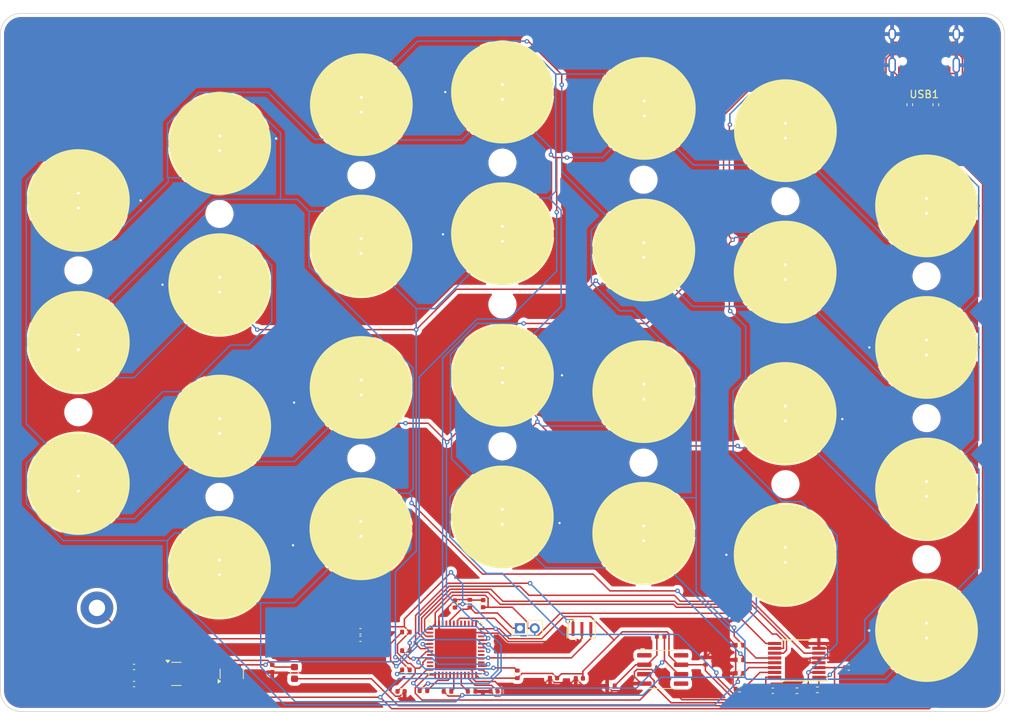
<source format=kicad_pcb>
(kicad_pcb (version 20240108) (generator "pcbnew") (generator_version "8.0")
  (title_block (title "EC23U") (date "2024-03-03") (rev "1.1") (company "LU.SV Solutions") (comment 1 "Cipulot PCB Design") (comment 2 "Cipulot") (comment 3 "CC-BY-NC-SA-4.0"))
  (layers (0 "F.Cu" signal) (31 "B.Cu" signal) (34 "B.Paste" user) (35 "F.Paste" user) (36 "B.SilkS" user "B.Silkscreen") (37 "F.SilkS" user "F.Silkscreen") (38 "B.Mask" user) (39 "F.Mask" user) (44 "Edge.Cuts" user))
  (net 0 "")
  (net 1 "Net-(U1-VCAP1)")
  (net 2 "Net-(U1-PB13)")
  (net 3 "Net-(U1-PB0)")
  (net 4 "Net-(U1-PA10)")
  (net 5 "Net-(U1-PA7)")
  (net 6 "Net-(U1-PB12)")
  (net 7 "Net-(U4-IN-)")
  (net 14 "XTAL1")
  (net 15 "XTAL0")
  (net 16 "VBUS")
  (net 17 "VBAT")
  (net 18 "STROBE_3")
  (net 19 "STROBE_2")
  (net 20 "STROBE_1")
  (net 21 "STROBE_0")
  (net 22 "SENSE_5")
  (net 23 "SENSE_4")
  (net 24 "SENSE_3")
  (net 25 "SENSE_2")
  (net 26 "SENSE_1")
  (net 27 "SENSE_0")
  (net 35 "NRST")
  (net 36 "LED_3V3")
  (net 37 "GNDPWR")
  (net 38 "GND")
  (net 39 "D-")
  (net 40 "D+")
  (net 41 "BOOT1")
  (net 42 "BOOT0")
  (net 43 "APLEX_OUT_PIN")
  (net 44 "APLEX_EN_PIN")
  (net 45 "AMUX_SEL_2")
  (net 46 "AMUX_SEL_1")
  (net 47 "AMUX_SEL_0")
  (net 48 "ADC")
  (net 49 "+5V")
  (net 55 "Num_Lock_Led")
  (net 56 "Net-(USB1-CC1)")
  (net 57 "Net-(USB1-CC2)")
  (footprint "cipulot_parts:ecs_pad_1U_no_ring_autorouter" (layer "F.Cu") (at 137.4954 38.5241 -90)
    (property "Reference" "SW4")
    (property "Value" "EC_SW" (hide yes))
  )
  (footprint "cipulot_parts:ecs_pad_1U_no_ring_autorouter" (layer "F.Cu") (at 194.5621 80.0908 -90)
    (property "Reference" "SW15")
    (property "Value" "EC_SW" (hide yes))
  )
  (footprint "cipulot_parts:HOLE_M2_RF" (layer "F.Cu") (at 118.3954 91.3241)
    (property "Reference" "H2" (hide yes))
    (property "Value" "Black_Screws" (hide yes))
  )
  (footprint "cipulot_parts:ecs_pad_1U_no_ring_autorouter" (layer "F.Cu") (at 118.3954 100.8241 -90)
    (property "Reference" "SW25")
    (property "Value" "EC_SW" (hide yes))
  )
  (footprint "cipulot_parts:HOLE_M2_RF" (layer "F.Cu") (at 99.3954 79.9241)
    (property "Reference" "H11" (hide yes))
    (property "Value" "Silver_Screws" (hide yes))
  )
  (footprint "cipulot_parts:ecs_pad_1U_no_ring_autorouter" (layer "F.Cu") (at 137.4621 76.5908 -90)
    (property "Reference" "SW18")
    (property "Value" "EC_SW" (hide yes))
  )
  (footprint "Resistor_SMD:R_0402_1005Metric" (layer "F.Cu") (at 145.8554 117.4241)
    (property "Reference" "R4" (hide yes))
    (property "Value" "100")
  )
  (footprint "cipulot_parts:HOLE_M2_RF" (layer "F.Cu") (at 156.4954 46.3241)
    (property "Reference" "H14" (hide yes))
    (property "Value" "Black_Screws" (hide yes))
  )
  (footprint "Resistor_SMD:R_0402_1005Metric" (layer "F.Cu") (at 177.7954 110.1241 180)
    (property "Reference" "R15" (hide yes))
    (property "Value" "47k")
  )
  (footprint "cipulot_parts:HOLE_M2_RF" (layer "F.Cu") (at 175.4954 48.6241)
    (property "Reference" "H4" (hide yes))
    (property "Value" "Black_Screws" (hide yes))
  )
  (footprint "Capacitor_SMD:C_0402_1005Metric" (layer "F.Cu") (at 192.8968 117.4277 180)
    (property "Reference" "C10" (hide yes))
    (property "Value" "100n")
  )
  (footprint "cipulot_parts:ecs_pad_1U_no_ring_autorouter" (layer "F.Cu") (at 175.5287 77.1574 -90)
    (property "Reference" "SW16")
    (property "Value" "EC_SW" (hide yes))
  )
  (footprint "cipulot_parts:ecs_pad_1U_no_ring_autorouter" (layer "F.Cu") (at 156.4754 94.0241 -90)
    (property "Reference" "SW23")
    (property "Value" "EC_SW" (hide yes))
  )
  (footprint "cipulot_parts:ecs_pad_1U_no_ring_autorouter" (layer "F.Cu") (at 156.4954 36.8241 -90)
    (property "Reference" "SW26")
    (property "Value" "EC_SW" (hide yes))
  )
  (footprint "cipulot_parts:HOLE_M2_RF" (layer "F.Cu") (at 194.5954 89.6241)
    (property "Reference" "H13" (hide yes))
    (property "Value" "Black_Screws" (hide yes))
  )
  (footprint "Capacitor_SMD:C_0402_1005Metric" (layer "F.Cu") (at 142.8454 117.5158)
    (property "Reference" "C5" (hide yes))
    (property "Value" "100n")
  )
  (footprint "Resistor_SMD:R_0402_1005Metric" (layer "F.Cu") (at 198.8968 117.3032)
    (property "Reference" "R13" (hide yes))
    (property "Value" "100k")
  )
  (footprint "Package_TO_SOT_SMD:SOT-143" (layer "F.Cu") (at 120.0454 115.1574 90)
    (property "Reference" "D1" (hide yes))
    (property "Value" "PRTR5V0U2X")
  )
  (footprint "cipulot_parts:ecs_pad_1U_no_ring_autorouter" (layer "F.Cu") (at 137.4354 95.6241 -90)
    (property "Reference" "SW24")
    (property "Value" "EC_SW" (hide yes))
  )
  (footprint "cipulot_parts:HOLE_M2_RF" (layer "F.Cu") (at 118.3954 53.2241)
    (property "Reference" "H17" (hide yes))
    (property "Value" "Black_Screws" (hide yes))
  )
  (footprint "cipulot_parts:TSSOP16" (layer "F.Cu") (at 196.1211 113.3384 90)
    (property "Reference" "U3")
    (property "Value" "74HC4051")
  )
  (footprint "Resistor_SMD:R_0402_1005Metric" (layer "F.Cu") (at 188.4068 117.2032 180)
    (property "Reference" "R11" (hide yes))
    (property "Value" "100k")
  )
  (footprint "Resistor_SMD:R_0402_1005Metric" (layer "F.Cu") (at 214.8454 38.5258 90)
    (property "Reference" "R18" (hide yes))
    (property "Value" "5.1k")
  )
  (footprint "Capacitor_SMD:C_0402_1005Metric" (layer "F.Cu") (at 137.3754 109.4241)
    (property "Reference" "C3" (hide yes))
    (property "Value" "1u")
  )
  (footprint "cipulot_parts:HOLE_M2_RF" (layer "F.Cu") (at 213.5954 80.7241)
    (property "Reference" "H8" (hide yes))
    (property "Value" "Black_Screws" (hide yes))
  )
  (footprint "cipulot_parts:HOLE_M2_RF" (layer "F.Cu") (at 99.3954 60.8241)
    (property "Reference" "H6" (hide yes))
    (property "Value" "Black_Screws" (hide yes))
  )
  (footprint "Resistor_SMD:R_0402_1005Metric" (layer "F.Cu") (at 188.4068 115.0787 180)
    (property "Reference" "R10" (hide yes))
    (property "Value" "100k")
  )
  (footprint "Capacitor_SMD:C_0402_1005Metric" (layer "F.Cu") (at 150.0954 105.7458 90)
    (property "Reference" "C7" (hide yes))
    (property "Value" "100n")
  )
  (footprint "cipulot_parts:HOLE_M2_RF" (layer "F.Cu") (at 156.4954 65.4241)
    (property "Reference" "H15" (hide yes))
    (property "Value" "Black_Screws" (hide yes))
  )
  (footprint "Resistor_SMD:R_0402_1005Metric" (layer "F.Cu") (at 152.3454 117.5158 180)
    (property "Reference" "R8" (hide yes))
    (property "Value" "10k")
  )
  (footprint "cipulot_parts:ecs_pad_1U_no_ring_autorouter" (layer "F.Cu") (at 213.5954 71.2068 -90)
    (property "Reference" "SW8")
    (property "Value" "EC_SW" (hide yes))
  )
  (footprint "Resistor_SMD:R_0402_1005Metric" (layer "F.Cu") (at 143.4954 114.6241 180)
    (property "Reference" "R5" (hide yes))
    (property "Value" "100")
  )
  (footprint "cipulot_parts:ecs_pad_1U_no_ring_autorouter" (layer "F.Cu") (at 213.5954 90.2658 90)
    (property "Reference" "SW14")
    (property "Value" "EC_SW" (hide yes))
  )
  (footprint "cipulot_parts:ecs_pad_1U_no_ring_autorouter" (layer "F.Cu") (at 99.3954 51.4241 -90)
    (property "Reference" "SW7")
    (property "Value" "EC_SW" (hide yes))
  )
  (footprint "Connector_PinHeader_2.00mm:PinHeader_1x02_P2.00mm_Vertical" (layer "F.Cu") (at 158.8454 109.0158 90)
    (property "Reference" "SW1" (hide yes))
    (property "Value" "BOOT0")
  )
  (footprint "Resistor_SMD:R_0402_1005Metric" (layer "F.Cu") (at 143.4954 112.0241 180)
    (property "Reference" "R1" (hide yes))
    (property "Value" "100")
  )
  (footprint "cipulot_parts:HOLE_M2_RF" (layer "F.Cu") (at 137.4954 86.1241)
    (property "Reference" "H10" (hide yes))
    (property "Value" "Silver_Screws" (hide yes))
  )
  (footprint "Resistor_SMD:R_0402_1005Metric" (layer "F.Cu") (at 143.4954 109.5241)
    (property "Reference" "R3" (hide yes))
    (property "Value" "100k")
  )
  (footprint "Resistor_SMD:R_0402_1005Metric" (layer "F.Cu") (at 211.3454 38.5258 -90)
    (property "Reference" "R19" (hide yes))
    (property "Value" "5.1k")
  )
  (footprint "cipulot_parts:HOLE_M2_RF" (layer "F.Cu") (at 194.5954 51.5241)
    (property "Reference" "H12" (hide yes))
    (property "Value" "Black_Screws" (hide yes))
  )
  (footprint "Package_SO:SOIC-8_3.9x4.9mm_P1.27mm" (layer "F.Cu") (at 178.0704 114.5624)
    (property "Reference" "U4" (hide yes))
    (property "Value" "OPA350")
  )
  (footprint "Resistor_SMD:R_0402_1005Metric" (layer "F.Cu") (at 158.4954 115.2241 90)
    (property "Reference" "R6" (hide yes))
    (property "Value" "10k")
  )
  (footprint "Capacitor_SMD:C_0402_1005Metric" (layer "F.Cu") (at 166.8454 115.7658 180)
    (property "Reference" "C8" (hide yes))
    (property "Value" "100n")
  )
  (footprint "cipulot_parts:ecs_pad_1U_no_ring_autorouter" (layer "F.Cu") (at 118.4287 43.7241 -90)
    (property "Reference" "SW6")
    (property "Value" "EC_SW" (hide yes))
  )
  (footprint "Capacitor_SMD:C_0402_1005Metric" (layer "F.Cu") (at 106.8954 116.5241 180)
    (property "Reference" "R17" (hide yes))
    (property "Value" "330")
  )
  (footprint "cipulot_parts:ecs_pad_1U_no_ring_autorouter" (layer "F.Cu") (at 175.5154 96.2241 -90)
    (property "Reference" "SW22")
    (property "Value" "EC_SW" (hide yes))
  )
  (footprint "cipulot_parts:ecs_pad_1U_no_ring_autorouter" (layer "F.Cu") (at 194.5954 42.0241 -90)
    (property "Reference" "SW3")
    (property "Value" "EC_SW" (hide yes))
  )
  (footprint "cipulot_parts:ecs_pad_1U_no_ring_autorouter" (layer "F.Cu") (at 194.5621 61.0574 -90)
    (property "Reference" "SW9")
    (property "Value" "EC_SW" (hide yes))
  )
  (footprint "cipulot_parts:HOLE_M2_RF" (layer "F.Cu") (at 213.5954 61.6241)
    (property "Reference" "H1" (hide yes))
    (property "Value" "Black_Screws" (hide yes))
  )
  (footprint "Fuse:Fuse_0603_1608Metric" (layer "F.Cu") (at 128.4954 115.0241 -90)
    (property "Reference" "F1" (hide yes))
    (property "Value" "500mA")
  )
  (footprint "cipulot_parts:ecs_pad_1U_no_ring_autorouter" (layer "F.Cu") (at 156.4954 55.8908 -90)
    (property "Reference" "SW11")
    (property "Value" "EC_SW" (hide yes))
  )
  (footprint "Capacitor_SMD:C_0402_1005Metric" (layer "F.Cu") (at 137.3754 110.4241)
    (property "Reference" "C6" (hide yes))
    (property "Value" "100n")
  )
  (footprint "Resistor_SMD:R_0402_1005Metric" (layer "F.Cu") (at 171.0954 116.7658 180)
    (property "Reference" "R16" (hide yes))
    (property "Value" "1k")
  )
  (footprint "cipulot_parts:HOLE_M2_RF" (layer "F.Cu") (at 156.4954 84.5241)
    (property "Reference" "H16" (hide yes))
    (property "Value" "Black_Screws" (hide yes))
  )
  (footprint "cipulot_parts:ecs_pad_1U_no_ring_autorouter" (layer "F.Cu") (at 175.5287 58.0908 -90)
    (property "Reference" "SW10")
    (property "Value" "EC_SW" (hide yes))
  )
  (footprint "cipulot_parts:HOLE_M2_RF" (layer "F.Cu") (at 175.4954 86.7241)
    (property "Reference" "H9" (hide yes))
    (property "Value" "Silver_Screws" (hide yes))
  )
  (footprint "Capacitor_SMD:C_0402_1005Metric" (layer "F.Cu") (at 163.3754 115.7241 180)
    (property "Reference" "C9" (hide yes))
    (property "Value" "1u")
  )
  (footprint "cipulot_parts:HOLE_M2_RF" (layer "F.Cu") (at 137.4954 48.0241)
    (property "Reference" "H5" (hide yes))
    (property "Value" "Black_Screws" (hide yes))
  )
  (footprint "Resistor_SMD:R_0402_1005Metric" (layer "F.Cu") (at 149.0954 117.5158)
    (property "Reference" "R2" (hide yes))
    (property "Value" "100")
  )
  (footprint "cipulot_parts:ecs_pad_1U_no_ring_autorouter" (layer "F.Cu") (at 99.3954 70.5159 -90)
    (property "Reference" "SW28")
    (property "Value" "EC_SW" (hide yes))
  )
  (footprint "cipulot_parts:ecs_pad_1U_no_ring_autorouter" (layer "F.Cu") (at 194.5554 99.1241 -90)
    (property "Reference" "SW21")
    (property "Value" "EC_SW" (hide yes))
  )
  (footprint "cipulot_parts:ecs_pad_1U_no_ring_autorouter" (layer "F.Cu") (at 137.4621 57.5574 -90)
    (property "Reference" "SW12")
    (property "Value" "EC_SW" (hide yes))
  )
  (footprint "cipulot_parts:ecs_pad_1U_no_ring_autorouter" (layer "F.Cu") (at 156.4954 74.9574 -90)
    (property "Reference" "SW17")
    (property "Value" "EC_SW" (hide yes))
  )
  (footprint "Capacitor_SMD:C_0402_1005Metric" (layer "F.Cu") (at 203.1268 114.3032)
    (property "Reference" "C11" (hide yes))
    (property "Value" "220p")
  )
  (footprint "cipulot_parts:ecs_pad_1U_no_ring_autorouter" (layer "F.Cu") (at 213.5954 109.3241 -90)
    (property "Reference" "SW20")
    (property "Value" "EC_SW" (hide yes))
  )
  (footprint "Capacitor_SMD:C_0402_1005Metric" (layer "F.Cu") (at 155.3654 117.5158 180)
    (property "Reference" "C1" (hide yes))
    (property "Value" "4.7u")
  )
  (footprint "cipulot_parts:ecs_pad_1U_no_ring_autorouter" (layer "F.Cu") (at 118.4287 62.7574 -90)
    (property "Reference" "SW13")
    (property "Value" "EC_SW" (hide yes))
  )
  (footprint "cipulot_parts:ecs_pad_1U_no_ring_autorouter" (layer "F.Cu") (at 118.4287 81.7908 -90)
    (property "Reference" "SW19")
    (property "Value" "EC_SW" (hide yes))
  )
  (footprint "cipulot_parts:HOLE_M2_RF" (layer "F.Cu") (at 213.5954 99.7241)
    (property "Reference" "H7" (hide yes))
    (property "Value" "Black_Screws" (hide yes))
  )
  (footprint "Package_DFN_QFN:QFN-48-1EP_7x7mm_P0.5mm_EP5.6x5.6mm" (layer "F.Cu") (at 150.1954 111.8574)
    (property "Reference" "U1" (hide yes))
    (property "Value" "STM32F401CBUx")
  )
  (footprint "Resistor_SMD:R_0402_1005Metric" (layer "F.Cu") (at 196.1468 117.4277 180)
    (property "Reference" "R14" (hide yes))
    (property "Value" "100k")
  )
  (footprint "cipulot_parts:ecs_pad_1U_no_ring_autorouter" (layer "F.Cu") (at 175.5954 39.0241 -90)
    (property "Reference" "SW5")
    (property "Value" "EC_SW" (hide yes))
  )
  (footprint "Resistor_SMD:R_0402_1005Metric" (layer "F.Cu") (at 188.4068 111.3032 180)
    (property "Reference" "R12" (hide yes))
    (property "Value" "100k")
  )
  (footprint "Capacitor_SMD:C_0402_1005Metric" (layer "F.Cu") (at 125.4954 114.4241 -90)
    (property "Reference" "C2" (hide yes))
    (property "Value" "1u")
  )
  (footprint "Resistor_SMD:R_0402_1005Metric" (layer "F.Cu") (at 188.4068 113.2699 180)
    (property "Reference" "R9" (hide yes))
    (property "Value" "100k")
  )
  (footprint "cipulot_parts:ecs_pad_1U_no_ring_autorouter" (layer "F.Cu") (at 99.3954 89.5241 -90)
    (property "Reference" "SW27")
    (property "Value" "EC_SW" (hide yes))
  )
  (footprint "Resistor_SMD:R_0402_1005Metric" (layer "F.Cu") (at 152.0954 105.6941 90)
    (property "Reference" "R7" (hide yes))
    (property "Value" "10k")
  )
  (footprint "cipulot_parts:ecs_pad_1U_no_ring_autorouter" (layer "F.Cu") (at 213.5954 52.1482 -90)
    (property "Reference" "SW2")
    (property "Value" "EC_SW" (hide yes))
  )
  (footprint "Crystal:Resonator_SMD_Murata_CSTxExxV-3Pin_3.0x1.1mm" (layer "F.Cu") (at 167.1954 109.1241)
    (property "Reference" "Y1" (hide yes))
    (property "Value" "8 MHz")
  )
  (footprint "Capacitor_SMD:C_0402_1005Metric" (layer "F.Cu") (at 106.8954 114.2241 180)
    (property "Reference" "C13" (hide yes))
    (property "Value" "100n")
  )
  (footprint "cipulot_parts:HRO-TYPE-C-31-M-12-HandSoldering" (layer "F.Cu") (at 213.2854 26.4241 180)
    (property "Reference" "USB1")
    (property "Value" "TYPEC-304YSSW-ACP16-Assembly")
  )
  (footprint "MountingHole:MountingHole_2.2mm_M2_Pad" (layer "F.Cu") (at 101.8954 106.2741)
    (property "Reference" "H3" (hide yes))
    (property "Value" "Plate_Shield")
  )
  (footprint "Capacitor_SMD:C_0402_1005Metric" (layer "F.Cu") (at 153.8954 105.7041 90)
    (property "Reference" "C4" (hide yes))
    (property "Value" "100n")
  )
  (footprint "Package_TO_SOT_SMD:SOT-23" (layer "F.Cu") (at 112.5954 115.1574)
    (property "Reference" "U2" (hide yes))
    (property "Value" "XC6206PxxxMR")
  )
  (footprint "Capacitor_SMD:C_0402_1005Metric" (layer "F.Cu") (at 183.8454 113.4241 -90)
    (property "Reference" "C12" (hide yes))
    (property "Value" "100n")
  )
  (gr_arc (start 91.6954 120.2241) (mid 89.715501 119.403999) (end 88.8954 117.4241) (stroke (width 0.1)) (layer "Edge.Cuts"))
  (gr_arc (start 221.2954 26.2241) (mid 223.275299 27.044201) (end 224.0954 29.0241) (stroke (width 0.1)) (layer "Edge.Cuts"))
  (gr_arc (start 224.0954 117.4241) (mid 223.275299 119.403999) (end 221.2954 120.2241) (stroke (width 0.1)) (layer "Edge.Cuts"))
  (gr_line (start 88.8954 29.0241) (end 88.8954 117.4241) (stroke (width 0.1)) (layer "Edge.Cuts"))
  (gr_line (start 221.2954 26.2241) (end 91.6954 26.2241) (stroke (width 0.1)) (layer "Edge.Cuts"))
  (gr_line (start 224.0954 117.4241) (end 224.0954 29.0241) (stroke (width 0.1)) (layer "Edge.Cuts"))
  (gr_arc (start 88.8954 29.0241) (mid 89.715501 27.044201) (end 91.6954 26.2241) (stroke (width 0.1)) (layer "Edge.Cuts"))
  (gr_line (start 91.6954 120.2241) (end 221.2954 120.2241) (stroke (width 0.1)) (layer "Edge.Cuts"))
  (segment (start 155.0278 116.6982) (end 152.8158 116.6982) (width 0.2) (layer "F.Cu") (net 1))
  (segment (start 151.9454 115.8278) (end 151.9454 115.2949) (width 0.2) (layer "F.Cu") (net 1))
  (segment (start 155.8454 117.5158) (end 155.0278 116.6982) (width 0.2) (layer "F.Cu") (net 1))
  (segment (start 152.8158 116.6982) (end 151.9454 115.8278) (width 0.2) (layer "F.Cu") (net 1))
  (segment (start 154.3183 114.1074) (end 154.5751 113.8506) (width 0.2) (layer "F.Cu") (net 2))
  (segment (start 142.9854 112.0241) (end 144.0746 113.1133) (width 0.2) (layer "F.Cu") (net 2))
  (segment (start 144.0746 113.1133) (end 144.5221 113.1133) (width 0.2) (layer "F.Cu") (net 2))
  (segment (start 153.6329 114.1074) (end 154.3183 114.1074) (width 0.2) (layer "F.Cu") (net 2))
  (via (at 144.5221 113.1133) (size 0.6) (drill 0.3) (layers "F.Cu" "B.Cu") (net 2))
  (via (at 154.5751 113.8506) (size 0.6) (drill 0.3) (layers "F.Cu" "B.Cu") (net 2))
  (segment (start 144.6414 112.994) (end 146.973 112.994) (width 0.2) (layer "B.Cu") (net 2))
  (segment (start 147.8296 113.8506) (end 154.5751 113.8506) (width 0.2) (layer "B.Cu") (net 2))
  (segment (start 144.5221 113.1133) (end 144.6414 112.994) (width 0.2) (layer "B.Cu") (net 2))
  (segment (start 146.973 112.994) (end 147.8296 113.8506) (width 0.2) (layer "B.Cu") (net 2))
  (segment (start 149.9454 117.1758) (end 149.6054 117.5158) (width 0.2) (layer "F.Cu") (net 3))
  (segment (start 149.9454 115.2949) (end 149.9454 117.1758) (width 0.2) (layer "F.Cu") (net 3))
  (segment (start 142.9854 109.5241) (end 141.433 111.0765) (width 0.2) (layer "F.Cu") (net 4))
  (segment (start 153.6329 111.6074) (end 154.1329 111.6074) (width 0.2) (layer "F.Cu") (net 4))
  (segment (start 141.433 111.0765) (end 141.433 113.3674) (width 0.2) (layer "F.Cu") (net 4))
  (segment (start 154.1329 111.6074) (end 154.5734 112.0479) (width 0.2) (layer "F.Cu") (net 4))
  (segment (start 141.433 113.3674) (end 142.2007 114.1351) (width 0.2) (layer "F.Cu") (net 4))
  (via (at 154.5734 112.0479) (size 0.6) (drill 0.3) (layers "F.Cu" "B.Cu") (net 4))
  (via (at 142.2007 114.1351) (size 0.6) (drill 0.3) (layers "F.Cu" "B.Cu") (net 4))
  (segment (start 145.47 110.5448) (end 153.1119 110.5448) (width 0.2) (layer "B.Cu") (net 4))
  (segment (start 142.3069 114.1351) (end 145.0334 111.4086) (width 0.2) (layer "B.Cu") (net 4))
  (segment (start 153.1119 110.5448) (end 154.5733 112.0062) (width 0.2) (layer "B.Cu") (net 4))
  (segment (start 145.0334 111.4086) (end 145.0334 110.9814) (width 0.2) (layer "B.Cu") (net 4))
  (segment (start 145.0334 110.9814) (end 145.47 110.5448) (width 0.2) (layer "B.Cu") (net 4))
  (segment (start 142.2007 114.1351) (end 142.3069 114.1351) (width 0.2) (layer "B.Cu") (net 4))
  (segment (start 154.5734 112.0062) (end 154.5734 112.0479) (width 0.2) (layer "B.Cu") (net 4))
  (segment (start 154.5733 112.0062) (end 154.5734 112.0062) (width 0.2) (layer "B.Cu") (net 4))
  (segment (start 146.3654 117.4241) (end 147.7552 116.0343) (width 0.2) (layer "F.Cu") (net 5))
  (segment (start 149.159 116.0343) (end 149.4454 115.7479) (width 0.2) (layer "F.Cu") (net 5))
  (segment (start 149.4454 115.7479) (end 149.4454 115.2949) (width 0.2) (layer "F.Cu") (net 5))
  (segment (start 147.7552 116.0343) (end 149.159 116.0343) (width 0.2) (layer "F.Cu") (net 5))
  (segment (start 153.837 114.6074) (end 154.3618 115.1322) (width 0.2) (layer "F.Cu") (net 6))
  (segment (start 142.434 115.1755) (end 142.3069 115.1755) (width 0.2) (layer "F.Cu") (net 6))
  (segment (start 153.6329 114.6074) (end 153.837 114.6074) (width 0.2) (layer "F.Cu") (net 6))
  (segment (start 142.9854 114.6241) (end 142.434 115.1755) (width 0.2) (layer "F.Cu") (net 6))
  (via (at 142.3069 115.1755) (size 0.6) (drill 0.3) (layers "F.Cu" "B.Cu") (net 6))
  (via (at 154.3618 115.1322) (size 0.6) (drill 0.3) (layers "F.Cu" "B.Cu") (net 6))
  (segment (start 142.3502 115.1322) (end 154.3618 115.1322) (width 0.2) (layer "B.Cu") (net 6))
  (segment (start 142.3069 115.1755) (end 142.3502 115.1322) (width 0.2) (layer "B.Cu") (net 6))
  (segment (start 175.5954 113.9274) (end 175.9961 113.9274) (width 0.2) (layer "F.Cu") (net 7))
  (segment (start 177.2854 112.6381) (end 177.2854 110.1241) (width 0.2) (layer "F.Cu") (net 7))
  (segment (start 174.4438 113.9274) (end 175.5954 113.9274) (width 0.2) (layer "F.Cu") (net 7))
  (segment (start 175.9961 113.9274) (end 177.2854 112.6381) (width 0.2) (layer "F.Cu") (net 7))
  (segment (start 171.6054 116.7658) (end 174.4438 113.9274) (width 0.2) (layer "F.Cu") (net 7))
  (segment (start 165.9954 107.8724) (end 165.4692 107.8724) (width 0.2) (layer "F.Cu") (net 14))
  (segment (start 146.2949 111.6074) (end 146.7579 111.6074) (width 0.2) (layer "F.Cu") (net 14))
  (segment (start 144.8055 111.1093) (end 145.451 111.7548) (width 0.2) (layer "F.Cu") (net 14))
  (segment (start 165.4692 107.8724) (end 165.2874 108.0542) (width 0.2) (layer "F.Cu") (net 14))
  (segment (start 160.2194 102.9536) (end 149.1366 102.9536) (width 0.2) (layer "F.Cu") (net 14))
  (segment (start 149.1366 102.9536) (end 144.8055 107.2847) (width 0.2) (layer "F.Cu") (net 14))
  (segment (start 165.9954 109.1241) (end 165.9954 107.8724) (width 0.2) (layer "F.Cu") (net 14))
  (segment (start 145.451 111.7548) (end 146.1475 111.7548) (width 0.2) (layer "F.Cu") (net 14))
  (segment (start 146.1475 111.7548) (end 146.2949 111.6074) (width 0.2) (layer "F.Cu") (net 14))
  (segment (start 144.8055 107.2847) (end 144.8055 111.1093) (width 0.2) (layer "F.Cu") (net 14))
  (via (at 160.2194 102.9536) (size 0.6) (drill 0.3) (layers "F.Cu" "B.Cu") (net 14))
  (via (at 165.2874 108.0542) (size 0.6) (drill 0.3) (layers "F.Cu" "B.Cu") (net 14))
  (segment (start 165.2874 108.0216) (end 160.2194 102.9536) (width 0.2) (layer "B.Cu") (net 14))
  (segment (start 165.2874 108.0542) (end 165.2874 108.0216) (width 0.2) (layer "B.Cu") (net 14))
  (segment (start 168.3954 110.3758) (end 165.7673 113.0039) (width 0.2) (layer "F.Cu") (net 15))
  (segment (start 165.7673 113.0039) (end 154.5764 113.0039) (width 0.2) (layer "F.Cu") (net 15))
  (segment (start 146.7579 111.1074) (end 146.716 111.1493) (width 0.2) (layer "F.Cu") (net 15))
  (segment (start 168.3954 109.1241) (end 168.3954 110.3758) (width 0.2) (layer "F.Cu") (net 15))
  (segment (start 146.716 111.1493) (end 145.7654 111.1493) (width 0.2) (layer "F.Cu") (net 15))
  (via (at 154.5764 113.0039) (size 0.6) (drill 0.3) (layers "F.Cu" "B.Cu") (net 15))
  (via (at 145.7654 111.1493) (size 0.6) (drill 0.3) (layers "F.Cu" "B.Cu") (net 15))
  (segment (start 147.62 113.0039) (end 145.7654 111.1493) (width 0.2) (layer "B.Cu") (net 15))
  (segment (start 154.5764 113.0039) (end 147.62 113.0039) (width 0.2) (layer "B.Cu") (net 15))
  (segment (start 221.139 112.1122) (end 221.139 49.1997) (width 0.2) (layer "F.Cu") (net 16))
  (segment (start 142.4836 119.4414) (end 199.6941 119.4414) (width 0.2) (layer "F.Cu") (net 16))
  (segment (start 215.3282 36.553) (end 215.7354 36.1458) (width 0.2) (layer "F.Cu") (net 16))
  (segment (start 211.2426 36.553) (end 213.763 36.553) (width 0.2) (layer "F.Cu") (net 16))
  (segment (start 216.1782 117.073) (end 221.139 112.1122) (width 0.2) (layer "F.Cu") (net 16))
  (segment (start 210.8354 36.1458) (end 211.2426 36.553) (width 0.2) (layer "F.Cu") (net 16))
  (segment (start 213.763 36.553) (end 215.3282 36.553) (width 0.2) (layer "F.Cu") (net 16))
  (segment (start 128.4954 115.8116) (end 138.8538 115.8116) (width 0.2) (layer "F.Cu") (net 16))
  (segment (start 215.7354 34.6191) (end 215.7354 36.1458) (width 0.2) (layer "F.Cu") (net 16))
  (segment (start 221.139 49.1997) (end 213.763 41.8237) (width 0.2) (layer "F.Cu") (net 16))
  (segment (start 210.8354 34.6191) (end 210.8354 36.1458) (width 0.2) (layer "F.Cu") (net 16))
  (segment (start 213.763 41.8237) (end 213.763 36.553) (width 0.2) (layer "F.Cu") (net 16))
  (segment (start 138.8538 115.8116) (end 142.4836 119.4414) (width 0.2) (layer "F.Cu") (net 16))
  (segment (start 199.6941 119.4414) (end 202.0625 117.073) (width 0.2) (layer "F.Cu") (net 16))
  (segment (start 202.0625 117.073) (end 216.1782 117.073) (width 0.2) (layer "F.Cu") (net 16))
  (segment (start 171.5264 110.5988) (end 167.3254 114.7998) (width 0.2) (layer "F.Cu") (net 17))
  (segment (start 143.2881 107.7628) (end 149.5701 101.4808) (width 0.2) (layer "F.Cu") (net 17))
  (segment (start 143.7768 113.7552) (end 142.3639 112.3423) (width 0.2) (layer "F.Cu") (net 17))
  (segment (start 171.5264 110.5988) (end 168.3613 107.4337) (width 0.2) (layer "F.Cu") (net 17))
  (segment (start 193.1468 115.6117) (end 191.9561 115.6117) (width 0.2) (layer "F.Cu") (net 17))
  (segment (start 142.3639 111.1656) (end 144.0054 109.5241) (width 0.2) (layer "F.Cu") (net 17))
  (segment (start 158.4954 115.7341) (end 153.3846 115.7341) (width 0.2) (layer "F.Cu") (net 17))
  (segment (start 191.9561 115.6117) (end 191.9561 117.4277) (width 0.2) (layer "F.Cu") (net 17))
  (segment (start 147.4454 106.9491) (end 149.8113 104.5832) (width 0.2) (layer "F.Cu") (net 17))
  (segment (start 164.7701 107.4337) (end 161.7869 110.4169) (width 0.2) (layer "F.Cu") (net 17))
  (segment (start 154.5596 106.1841) (end 154.5611 106.1856) (width 0.2) (layer "F.Cu") (net 17))
  (segment (start 180.5454 113.9274) (end 183.8221 113.9274) (width 0.2) (layer "F.Cu") (net 17))
  (segment (start 116.8287 110.4241) (end 136.8954 110.4241) (width 0.2) (layer "F.Cu") (net 17))
  (segment (start 154.1931 104.5832) (end 154.5596 104.9497) (width 0.2) (layer "F.Cu") (net 17))
  (segment (start 144.1119 113.7552) (end 143.7768 113.7552) (width 0.2) (layer "F.Cu") (net 17))
  (segment (start 178.9168 109.7474) (end 178.6684 109.499) (width 0.2) (layer "F.Cu") (net 17))
  (segment (start 159.8687 108.2306) (end 159.8687 109.0158) (width 0.2) (layer "F.Cu") (net 17))
  (segment (start 172.6262 109.499) (end 171.5264 110.5988) (width 0.2) (layer "F.Cu") (net 17))
  (segment (start 150.5645 105.7567) (end 151.1374 105.7567) (width 0.2) (layer "F.Cu") (net 17))
  (segment (start 111.6579 115.5949) (end 116.8287 110.4241) (width 0.2) (layer "F.Cu") (net 17))
  (segment (start 180.1591 113.9274) (end 178.9168 112.6851) (width 0.2) (layer "F.Cu") (net 17))
  (segment (start 149.8113 104.5832) (end 154.1931 104.5832) (width 0.2) (layer "F.Cu") (net 17))
  (segment (start 168.3613 107.4337) (end 164.7701 107.4337) (width 0.2) (layer "F.Cu") (net 17))
  (segment (start 191.9561 117.4277) (end 192.4168 117.4277) (width 0.2) (layer "F.Cu") (net 17))
  (segment (start 154.5596 106.1841) (end 153.8954 106.1841) (width 0.2) (layer "F.Cu") (net 17))
  (segment (start 191.1475 118.2363) (end 191.9561 117.4277) (width 0.2) (layer "F.Cu") (net 17))
  (segment (start 167.3254 115.1464) (end 167.3254 115.7658) (width 0.2) (layer "F.Cu") (net 17))
  (segment (start 183.8454 113.9041) (end 183.8221 113.9274) (width 0.2) (layer "F.Cu") (net 17))
  (segment (start 143.2881 108.8068) (end 143.2881 107.7628) (width 0.2) (layer "F.Cu") (net 17))
  (segment (start 153.3846 115.7341) (end 152.9454 115.2949) (width 0.2) (layer "F.Cu") (net 17))
  (segment (start 145.7893 113.5972) (end 145.7893 113.9168) (width 0.2) (layer "F.Cu") (net 17))
  (segment (start 161.7869 110.4169) (end 157.4014 110.4169) (width 0.2) (layer "F.Cu") (net 17))
  (segment (start 142.3639 112.3423) (end 142.3639 111.1656) (width 0.2) (layer "F.Cu") (net 17))
  (segment (start 153.6661 109.0742) (end 153.6329 109.1074) (width 0.2) (layer "F.Cu") (net 17))
  (segment (start 147.4454 108.4199) (end 147.4454 106.9491) (width 0.2) (layer "F.Cu") (net 17))
  (segment (start 183.8221 114.7199) (end 187.3385 118.2363) (width 0.2) (layer "F.Cu") (net 17))
  (segment (start 145.3156 114.3905) (end 144.7472 114.3905) (width 0.2) (layer "F.Cu") (net 17))
  (segment (start 145.7893 113.9168) (end 145.3156 114.3905) (width 0.2) (layer "F.Cu") (net 17))
  (segment (start 147.4454 108.4199) (end 146.7579 109.1074) (width 0.2) (layer "F.Cu") (net 17))
  (segment (start 163.2298 115.0985) (end 159.131 115.0985) (width 0.2) (layer "F.Cu") (net 17))
  (segment (start 183.8221 113.9274) (end 183.8221 114.7199) (width 0.2) (layer "F.Cu") (net 17))
  (segment (start 156.0587 109.0742) (end 155.5754 109.0742) (width 0.2) (layer "F.Cu") (net 17))
  (segment (start 178.6684 109.499) (end 172.6262 109.499) (width 0.2) (layer "F.Cu") (net 17))
  (segment (start 159.131 115.0985) (end 158.4954 115.7341) (width 0.2) (layer "F.Cu") (net 17))
  (segment (start 154.5596 104.9497) (end 154.5596 106.1841) (width 0.2) (layer "F.Cu") (net 17))
  (segment (start 137.5127 108.8068) (end 143.2881 108.8068) (width 0.2) (layer "F.Cu") (net 17))
  (segment (start 167.3254 114.7998) (end 167.3254 115.1464) (width 0.2) (layer "F.Cu") (net 17))
  (segment (start 143.2881 108.8068) (end 144.0054 109.5241) (width 0.2) (layer "F.Cu") (net 17))
  (segment (start 136.8954 109.4241) (end 137.5127 108.8068) (width 0.2) (layer "F.Cu") (net 17))
  (segment (start 157.4014 110.4169) (end 156.0587 109.0742) (width 0.2) (layer "F.Cu") (net 17))
  (segment (start 187.3385 118.2363) (end 191.1475 118.2363) (width 0.2) (layer "F.Cu") (net 17))
  (segment (start 154.5611 106.1856) (end 157.8237 106.1856) (width 0.2) (layer "F.Cu") (net 17))
  (segment (start 178.9168 112.6851) (end 178.9168 109.7474) (width 0.2) (layer "F.Cu") (net 17))
  (segment (start 157.8237 106.1856) (end 159.8687 108.2306) (width 0.2) (layer "F.Cu") (net 17))
  (segment (start 144.7472 114.3905) (end 144.1119 113.7552) (width 0.2) (layer "F.Cu") (net 17))
  (segment (start 144.7472 115.134) (end 142.3654 117.5158) (width 0.2) (layer "F.Cu") (net 17))
  (segment (start 144.7472 114.3905) (end 144.7472 115.134) (width 0.2) (layer "F.Cu") (net 17))
  (segment (start 150.0954 106.2258) (end 150.5645 105.7567) (width 0.2) (layer "F.Cu") (net 17))
  (segment (start 146.7579 113.1074) (end 146.2791 113.1074) (width 0.2) (layer "F.Cu") (net 17))
  (segment (start 136.8954 110.4241) (end 136.8954 109.4241) (width 0.2) (layer "F.Cu") (net 17))
  (segment (start 111.6579 116.1074) (end 111.6579 115.5949) (width 0.2) (layer "F.Cu") (net 17))
  (segment (start 160.8454 109.0158) (end 159.8687 109.0158) (width 0.2) (layer "F.Cu") (net 17))
  (segment (start 163.8554 115.7241) (end 164.4331 115.1464) (width 0.2) (layer "F.Cu") (net 17))
  (segment (start 164.4331 115.1464) (end 167.3254 115.1464) (width 0.2) (layer "F.Cu") (net 17))
  (segment (start 155.5754 109.0742) (end 153.6661 109.0742) (width 0.2) (layer "F.Cu") (net 17))
  (segment (start 180.5454 113.9274) (end 180.1591 113.9274) (width 0.2) (layer "F.Cu") (net 17))
  (segment (start 163.8554 115.7241) (end 163.2298 115.0985) (width 0.2) (layer "F.Cu") (net 17))
  (segment (start 146.2791 113.1074) (end 145.7893 113.5972) (width 0.2) (layer "F.Cu") (net 17))
  (via (at 149.5701 101.4808) (size 0.6) (drill 0.3) (layers "F.Cu" "B.Cu") (net 17))
  (via (at 151.1374 105.7567) (size 0.6) (drill 0.3) (layers "F.Cu" "B.Cu") (net 17))
  (via (at 155.5754 109.0742) (size 0.6) (drill 0.3) (layers "F.Cu" "B.Cu") (net 17))
  (segment (start 160.8454 109.4537) (end 160.8454 109.8916) (width 0.2) (layer "B.Cu") (net 17))
  (segment (start 151.1374 105.7567) (end 151.1374 103.0481) (width 0.2) (layer "B.Cu") (net 17))
  (segment (start 160.7223 110.0147) (end 156.5159 110.0147) (width 0.2) (layer "B.Cu") (net 17))
  (segment (start 152.2579 105.7567) (end 155.5754 109.0742) (width 0.2) (layer "B.Cu") (net 17))
  (segment (start 156.5159 110.0147) (end 155.5754 109.0742) (width 0.2) (layer "B.Cu") (net 17))
  (segment (start 160.8454 109.4537) (end 160.8454 109.0158) (width 0.2) (layer "B.Cu") (net 17))
  (segment (start 151.1374 103.0481) (end 149.5701 101.4808) (width 0.2) (layer "B.Cu") (net 17))
  (segment (start 160.8454 109.8916) (end 160.7223 110.0147) (width 0.2) (layer "B.Cu") (net 17))
  (segment (start 151.1374 105.7567) (end 152.2579 105.7567) (width 0.2) (layer "B.Cu") (net 17))
  (segment (start 150.9747 118.138) (end 151.0869 118.0258) (width 0.2) (layer "F.Cu") (net 18))
  (segment (start 149.2076 118.138) (end 150.9747 118.138) (width 0.2) (layer "F.Cu") (net 18))
  (segment (start 148.5854 117.5158) (end 149.2076 118.138) (width 0.2) (layer "F.Cu") (net 18))
  (via (at 151.0869 118.0258) (size 0.6) (drill 0.3) (layers "F.Cu" "B.Cu") (net 18))
  (segment (start 187.3127 109.3967) (end 187.28 109.3967) (width 0.2) (layer "B.Cu") (net 18))
  (segment (start 172.0737 100.8567) (end 162.308 100.8567) (width 0.2) (layer "B.Cu") (net 18))
  (segment (start 189.1408 115.6185) (end 177.8141 115.6185) (width 0.2) (layer "B.Cu") (net 18))
  (segment (start 189.1408 115.6185) (end 189.1408 110.7264) (width 0.2) (layer "B.Cu") (net 18))
  (segment (start 128.6034 118.9038) (end 150.2089 118.9038) (width 0.2) (layer "B.Cu") (net 18))
  (segment (start 177.8141 115.6185) (end 175.4068 118.0258) (width 0.2) (layer "B.Cu") (net 18))
  (segment (start 128.4711 105.5884) (end 137.4354 96.6241) (width 0.2) (layer "B.Cu") (net 18))
  (segment (start 175.4069 97.5235) (end 172.0737 100.8567) (width 0.2) (layer "B.Cu") (net 18))
  (segment (start 194.5554 100.1241) (end 190.6822 103.9973) (width 0.2) (layer "B.Cu") (net 18))
  (segment (start 189.1408 110.7264) (end 187.9388 109.5244) (width 0.2) (layer "B.Cu") (net 18))
  (segment (start 213.5954 110.3241) (end 208.0439 115.8756) (width 0.2) (layer "B.Cu") (net 18))
  (segment (start 208.0439 115.8756) (end 189.3979 115.8756) (width 0.2) (layer "B.Cu") (net 18))
  (segment (start 150.2089 118.9038) (end 151.0869 118.0258) (width 0.2) (layer "B.Cu") (net 18))
  (segment (start 118.3954 101.8241) (end 122.1597 105.5884) (width 0.2) (layer "B.Cu") (net 18))
  (segment (start 175.5154 97.2241) (end 175.5154 97.415) (width 0.2) (layer "B.Cu") (net 18))
  (segment (start 190.6822 106.781) (end 187.9388 109.5244) (width 0.2) (layer "B.Cu") (net 18))
  (segment (start 175.5154 97.415) (end 175.4069 97.5235) (width 0.2) (layer "B.Cu") (net 18))
  (segment (start 187.28 109.3967) (end 175.4069 97.5235) (width 0.2) (layer "B.Cu") (net 18))
  (segment (start 162.308 100.8567) (end 156.4754 95.0241) (width 0.2) (layer "B.Cu") (net 18))
  (segment (start 189.3979 115.8756) (end 189.1408 115.6185) (width 0.2) (layer "B.Cu") (net 18))
  (segment (start 122.1597 105.5884) (end 123.9426 105.5884) (width 0.2) (layer "B.Cu") (net 18))
  (segment (start 123.9426 105.5884) (end 123.9426 114.243) (width 0.2) (layer "B.Cu") (net 18))
  (segment (start 187.4404 109.5244) (end 187.3127 109.3967) (width 0.2) (layer "B.Cu") (net 18))
  (segment (start 190.6822 103.9973) (end 190.6822 106.781) (width 0.2) (layer "B.Cu") (net 18))
  (segment (start 187.9388 109.5244) (end 187.4404 109.5244) (width 0.2) (layer "B.Cu") (net 18))
  (segment (start 175.4068 118.0258) (end 151.0869 118.0258) (width 0.2) (layer "B.Cu") (net 18))
  (segment (start 123.9426 114.243) (end 128.6034 118.9038) (width 0.2) (layer "B.Cu") (net 18))
  (segment (start 123.9426 105.5884) (end 128.4711 105.5884) (width 0.2) (layer "B.Cu") (net 18))
  (segment (start 146.3139 116.4556) (end 145.3454 117.4241) (width 0.2) (layer "F.Cu") (net 19))
  (segment (start 149.0406 83.9473) (end 150.6722 82.3157) (width 0.2) (layer "F.Cu") (net 19))
  (segment (start 164.4649 84.4655) (end 188.1606 84.4655) (width 0.2) (layer "F.Cu") (net 19))
  (segment (start 146.4678 116.4556) (end 146.3139 116.4556) (width 0.2) (layer "F.Cu") (net 19))
  (segment (start 160.0965 82.3157) (end 161.2058 81.2064) (width 0.2) (layer "F.Cu") (net 19))
  (segment (start 150.6722 82.3157) (end 160.0965 82.3157) (width 0.2) (layer "F.Cu") (net 19))
  (segment (start 161.2058 81.2064) (end 164.4649 84.4655) (width 0.2) (layer "F.Cu") (net 19))
  (segment (start 149.0406 83.9473) (end 146.5011 81.4078) (width 0.2) (layer "F.Cu") (net 19))
  (segment (start 146.5011 81.4078) (end 143.4495 81.4078) (width 0.2) (layer "F.Cu") (net 19))
  (via (at 188.1606 84.4655) (size 0.6) (drill 0.3) (layers "F.Cu" "B.Cu") (net 19))
  (via (at 161.2058 81.2064) (size 0.6) (drill 0.3) (layers "F.Cu" "B.Cu") (net 19))
  (via (at 146.4678 116.4556) (size 0.6) (drill 0.3) (layers "F.Cu" "B.Cu") (net 19))
  (via (at 149.0406 83.9473) (size 0.6) (drill 0.3) (layers "F.Cu" "B.Cu") (net 19))
  (via (at 143.4495 81.4078) (size 0.6) (drill 0.3) (layers "F.Cu" "B.Cu") (net 19))
  (segment (start 149.0406 83.9473) (end 148.9556 84.0323) (width 0.2) (layer "B.Cu") (net 19))
  (segment (start 175.5287 78.1574) (end 171.9032 81.7829) (width 0.2) (layer "B.Cu") (net 19))
  (segment (start 209.7948 95.0664) (end 208.5377 95.0664) (width 0.2) (layer "B.Cu") (net 19))
  (segment (start 153.0546 107.9857) (end 156.3123 111.2434) (width 0.2) (layer "B.Cu") (net 19))
  (segment (start 161.2058 80.6678) (end 156.4954 75.9574) (width 0.2) (layer "B.Cu") (net 19))
  (segment (start 213.5954 91.2658) (end 209.7948 95.0664) (width 0.2) (layer "B.Cu") (net 19))
  (segment (start 118.4287 82.7908) (end 122.2082 86.5703) (width 0.2) (layer "B.Cu") (net 19))
  (segment (start 128.4826 86.5703) (end 137.4621 77.5908) (width 0.2) (layer "B.Cu") (net 19))
  (segment (start 154.6592 116.4556) (end 146.4678 116.4556) (width 0.2) (layer "B.Cu") (net 19))
  (segment (start 106.9459 94.2736) (end 103.1449 94.2736) (width 0.2) (layer "B.Cu") (net 19))
  (segment (start 141.2791 81.4078) (end 137.4621 77.5908) (width 0.2) (layer "B.Cu") (net 19))
  (segment (start 143.4495 81.4078) (end 141.2791 81.4078) (width 0.2) (layer "B.Cu") (net 19))
  (segment (start 156.3123 114.8025) (end 154.6592 116.4556) (width 0.2) (layer "B.Cu") (net 19))
  (segment (start 190.9157 84.7372) (end 188.4323 84.7372) (width 0.2) (layer "B.Cu") (net 19))
  (segment (start 156.3123 111.2434) (end 156.3123 114.8025) (width 0.2) (layer "B.Cu") (net 19))
  (segment (start 103.1449 94.2736) (end 99.3954 90.5241) (width 0.2) (layer "B.Cu") (net 19))
  (segment (start 188.4323 84.7372) (end 188.1606 84.4655) (width 0.2) (layer "B.Cu") (net 19))
  (segment (start 122.2082 86.5703) (end 128.4826 86.5703) (width 0.2) (layer "B.Cu") (net 19))
  (segment (start 152.4851 107.9857) (end 153.0546 107.9857) (width 0.2) (layer "B.Cu") (net 19))
  (segment (start 208.5377 95.0664) (end 194.5621 81.0908) (width 0.2) (layer "B.Cu") (net 19))
  (segment (start 194.5621 81.0908) (end 190.9157 84.7372) (width 0.2) (layer "B.Cu") (net 19))
  (segment (start 148.9556 104.4562) (end 152.4851 107.9857) (width 0.2) (layer "B.Cu") (net 19))
  (segment (start 161.7823 81.7829) (end 161.2058 81.2064) (width 0.2) (layer "B.Cu") (net 19))
  (segment (start 148.9556 84.0323) (end 148.9556 104.4562) (width 0.2) (layer "B.Cu") (net 19))
  (segment (start 161.2058 81.2064) (end 161.2058 80.6678) (width 0.2) (layer "B.Cu") (net 19))
  (segment (start 118.4287 82.7908) (end 106.9459 94.2736) (width 0.2) (layer "B.Cu") (net 19))
  (segment (start 171.9032 81.7829) (end 161.7823 81.7829) (width 0.2) (layer "B.Cu") (net 19))
  (segment (start 150.3185 63.3673) (end 167.9205 63.3673) (width 0.2) (layer "F.Cu") (net 20))
  (segment (start 144.0054 114.6241) (end 142.2979 112.9166) (width 0.2) (layer "F.Cu") (net 20))
  (segment (start 123.4788 68.8075) (end 144.8783 68.8075) (width 0.2) (layer "F.Cu") (net 20))
  (segment (start 142.2979 112.9166) (end 142.0858 112.9166) (width 0.2) (layer "F.Cu") (net 20))
  (segment (start 167.9205 63.3673) (end 169.0784 62.2094) (width 0.2) (layer "F.Cu") (net 20))
  (segment (start 144.8783 68.8075) (end 150.3185 63.3673) (width 0.2) (layer "F.Cu") (net 20))
  (via (at 123.4788 68.8075) (size 0.6) (drill 0.3) (layers "F.Cu" "B.Cu") (net 20))
  (via (at 169.0784 62.2094) (size 0.6) (drill 0.3) (layers "F.Cu" "B.Cu") (net 20))
  (via (at 142.0858 112.9166) (size 0.6) (drill 0.3) (layers "F.Cu" "B.Cu") (net 20))
  (via (at 144.8783 68.8075) (size 0.6) (drill 0.3) (layers "F.Cu" "B.Cu") (net 20))
  (segment (start 144.8768 98.6291) (end 142.0858 101.4201) (width 0.2) (layer "B.Cu") (net 20))
  (segment (start 194.5621 62.0574) (end 208.3334 75.8287) (width 0.2) (layer "B.Cu") (net 20))
  (segment (start 182.1195 65.6816) (end 190.9379 65.6816) (width 0.2) (layer "B.Cu") (net 20))
  (segment (start 208.3334 75.8287) (end 209.9735 75.8287) (width 0.2) (layer "B.Cu") (net 20))
  (segment (start 118.4287 63.7574) (end 106.9095 75.2766) (width 0.2) (layer "B.Cu") (net 20))
  (segment (start 175.5287 59.0908) (end 171.8902 62.7293) (width 0.2) (layer "B.Cu") (net 20))
  (segment (start 209.9735 75.8287) (end 213.5954 72.2068) (width 0.2) (layer "B.Cu") (net 20))
  (segment (start 175.5287 59.0908) (end 182.1195 65.6816) (width 0.2) (layer "B.Cu") (net 20))
  (segment (start 144.8783 65.9736) (end 137.4621 58.5574) (width 0.2) (layer "B.Cu") (net 20))
  (segment (start 190.9379 65.6816) (end 194.5621 62.0574) (width 0.2) (layer "B.Cu") (net 20))
  (segment (start 144.8783 65.9736) (end 147.4126 65.9736) (width 0.2) (layer "B.Cu") (net 20))
  (segment (start 144.8783 68.8075) (end 144.8783 65.9736) (width 0.2) (layer "B.Cu") (net 20))
  (segment (start 147.4126 65.9736) (end 156.4954 56.8908) (width 0.2) (layer "B.Cu") (net 20))
  (segment (start 169.5983 62.7293) (end 169.0784 62.2094) (width 0.2) (layer "B.Cu") (net 20))
  (segment (start 103.1561 75.2766) (end 99.3954 71.5159) (width 0.2) (layer "B.Cu") (net 20))
  (segment (start 123.4788 68.8075) (end 118.4287 63.7574) (width 0.2) (layer "B.Cu") (net 20))
  (segment (start 106.9095 75.2766) (end 103.1561 75.2766) (width 0.2) (layer "B.Cu") (net 20))
  (segment (start 142.0858 101.4201) (end 142.0858 112.9166) (width 0.2) (layer "B.Cu") (net 20))
  (segment (start 171.8902 62.7293) (end 169.5983 62.7293) (width 0.2) (layer "B.Cu") (net 20))
  (segment (start 144.8783 68.8075) (end 144.8768 68.809) (width 0.2) (layer "B.Cu") (net 20))
  (segment (start 144.8768 68.809) (end 144.8768 98.6291) (width 0.2) (layer "B.Cu") (net 20))
  (segment (start 163.4058 45.6411) (end 163.7984 45.6411) (width 0.2) (layer "F.Cu") (net 21))
  (segment (start 163.7984 52.9923) (end 163.7984 45.6411) (width 0.2) (layer "F.Cu") (net 21))
  (segment (start 144.0054 112.0241) (end 144.0054 110.9849) (width 0.2) (layer "F.Cu") (net 21))
  (segment (start 163.0218 45.2571) (end 163.4058 45.6411) (width 0.2) (layer "F.Cu") (net 21))
  (segment (start 163.7984 45.6411) (end 165.1826 45.6411) (width 0.2) (layer "F.Cu") (net 21))
  (via (at 163.0218 45.2571) (size 0.6) (drill 0.3) (layers "F.Cu" "B.Cu") (net 21))
  (via (at 144.0054 110.9849) (size 0.6) (drill 0.3) (layers "F.Cu" "B.Cu") (net 21))
  (via (at 165.1826 45.6411) (size 0.6) (drill 0.3) (layers "F.Cu" "B.Cu") (net 21))
  (via (at 163.7984 52.9923) (size 0.6) (drill 0.3) (layers "F.Cu" "B.Cu") (net 21))
  (segment (start 145.2785 75.1966) (end 145.2785 109.3777) (width 0.2) (layer "B.Cu") (net 21))
  (segment (start 145.2785 109.3777) (end 144.0054 110.6508) (width 0.2) (layer "B.Cu") (net 21))
  (segment (start 124.9272 36.8514) (end 115.5985 36.8514) (width 0.2) (layer "B.Cu") (net 21))
  (segment (start 175.5954 40.0241) (end 182.2151 46.6438) (width 0.2) (layer "B.Cu") (net 21))
  (segment (start 190.9757 46.6438) (end 194.5954 43.0241) (width 0.2) (layer "B.Cu") (net 21))
  (segment (start 182.2151 46.6438) (end 190.9757 46.6438) (width 0.2) (layer "B.Cu") (net 21))
  (segment (start 137.4954 39.5241) (end 133.8567 43.1628) (width 0.2) (layer "B.Cu") (net 21))
  (segment (start 163.0218 44.3505) (end 156.4954 37.8241) (width 0.2) (layer "B.Cu") (net 21))
  (segment (start 157.3484 67.3758) (end 153.0993 67.3758) (width 0.2) (layer "B.Cu") (net 21))
  (segment (start 103.1851 56.2138) (end 99.3954 52.4241) (width 0.2) (layer "B.Cu") (net 21))
  (segment (start 169.9784 45.6411) (end 175.5954 40.0241) (width 0.2) (layer "B.Cu") (net 21))
  (segment (start 209.9706 56.773) (end 213.5954 53.1482) (width 0.2) (layer "B.Cu") (net 21))
  (segment (start 153.0993 67.3758) (end 145.2785 75.1966) (width 0.2) (layer "B.Cu") (net 21))
  (segment (start 141.2496 43.2783) (end 137.4954 39.5241) (width 0.2) (layer "B.Cu") (net 21))
  (segment (start 114.805 48.3478) (end 118.4287 44.7241) (width 0.2) (layer "B.Cu") (net 21))
  (segment (start 133.8567 43.1628) (end 131.2386 43.1628) (width 0.2) (layer "B.Cu") (net 21))
  (segment (start 163.7984 52.9923) (end 163.7984 60.9258) (width 0.2) (layer "B.Cu") (net 21))
  (segment (start 151.0412 43.2783) (end 141.2496 43.2783) (width 0.2) (layer "B.Cu") (net 21))
  (segment (start 111.4881 48.3478) (end 111.4881 48.9311) (width 0.2) (layer "B.Cu") (net 21))
  (segment (start 208.3443 56.773) (end 209.9706 56.773) (width 0.2) (layer "B.Cu") (net 21))
  (segment (start 115.5985 36.8514) (end 111.3936 41.0563) (width 0.2) (layer "B.Cu") (net 21))
  (segment (start 111.3936 48.2533) (end 111.4881 48.3478) (width 0.2) (layer "B.Cu") (net 21))
  (segment (start 104.2054 56.2138) (end 103.1851 56.2138) (width 0.2) (layer "B.Cu") (net 21))
  (segment (start 131.2386 43.1628) (end 124.9272 36.8514) (width 0.2) (layer "B.Cu") (net 21))
  (segment (start 163.7984 60.9258) (end 157.3484 67.3758) (width 0.2) (layer "B.Cu") (net 21))
  (segment (start 111.4881 48.9311) (end 104.2054 56.2138) (width 0.2) (layer "B.Cu") (net 21))
  (segment (start 163.0218 45.2571) (end 163.0218 44.3505) (width 0.2) (layer "B.Cu") (net 21))
  (segment (start 165.1826 45.6411) (end 169.9784 45.6411) (width 0.2) (layer "B.Cu") (net 21))
  (segment (start 144.0054 110.6508) (end 144.0054 110.9849) (width 0.2) (layer "B.Cu") (net 21))
  (segment (start 194.5954 43.0241) (end 208.3443 56.773) (width 0.2) (layer "B.Cu") (net 21))
  (segment (start 156.4954 37.8241) (end 151.0412 43.2783) (width 0.2) (layer "B.Cu") (net 21))
  (segment (start 111.3936 41.0563) (end 111.3936 48.2533) (width 0.2) (layer "B.Cu") (net 21))
  (segment (start 111.4881 48.3478) (end 114.805 48.3478) (width 0.2) (layer "B.Cu") (net 21))
  (segment (start 189.6843 114.3112) (end 188.9168 115.0787) (width 0.2) (layer "F.Cu") (net 22))
  (segment (start 188.9168 115.0787) (end 188.1892 115.8063) (width 0.2) (layer "F.Cu") (net 22))
  (segment (start 188.1892 115.8063) (end 188.1892 116.2216) (width 0.2) (layer "F.Cu") (net 22))
  (segment (start 191.9561 114.3112) (end 189.6843 114.3112) (width 0.2) (layer "F.Cu") (net 22))
  (segment (start 193.1468 114.3112) (end 191.9561 114.3112) (width 0.2) (layer "F.Cu") (net 22))
  (via (at 188.1892 116.2216) (size 0.6) (drill 0.3) (layers "F.Cu" "B.Cu") (net 22))
  (segment (start 118.3954 99.8241) (end 114.7665 96.1952) (width 0.2) (layer "B.Cu") (net 22))
  (segment (start 114.7992 77.1613) (end 118.4287 80.7908) (width 0.2) (layer "B.Cu") (net 22))
  (segment (start 185.0875 119.3233) (end 188.1892 116.2216) (width 0.2) (layer "B.Cu") (net 22))
  (segment (start 92.3945 92.2365) (end 92.3945 86.8036) (width 0.2) (layer "B.Cu") (net 22))
  (segment (start 114.5593 76.1933) (end 119.8628 70.8898) (width 0.2) (layer "B.Cu") (net 22))
  (segment (start 122.2191 57.967) (end 118.4287 61.7574) (width 0.2) (layer "B.Cu") (net 22))
  (segment (start 97.3667 97.2087) (end 92.3945 92.2365) (width 0.2) (layer "B.Cu") (net 22))
  (segment (start 94.3588 46.7616) (end 92.374 48.7464) (width 0.2) (layer "B.Cu") (net 22))
  (segment (start 122.3132 70.8898) (end 125.4342 67.7688) (width 0.2) (layer "B.Cu") (net 22))
  (segment (start 92.374 48.7464) (end 92.374 81.5027) (width 0.2) (layer "B.Cu") (net 22))
  (segment (start 111.3628 97.2087) (end 111.3628 103.504) (width 0.2) (layer "B.Cu") (net 22))
  (segment (start 125.4342 60.1653) (end 123.2359 57.967) (width 0.2) (layer "B.Cu") (net 22))
  (segment (start 92.3945 86.8036) (end 95.0347 84.1634) (width 0.2) (layer "B.Cu") (net 22))
  (segment (start 95.7329 46.7616) (end 94.3588 46.7616) (width 0.2) (layer "B.Cu") (net 22))
  (segment (start 95.0347 84.1634) (end 99.3954 88.5241) (width 0.2) (layer "B.Cu") (net 22))
  (segment (start 125.4342 67.7688) (end 125.4342 60.1653) (width 0.2) (layer "B.Cu") (net 22))
  (segment (start 92.374 81.5027) (end 95.0347 84.1634) (width 0.2) (layer "B.Cu") (net 22))
  (segment (start 112.3763 96.1952) (end 111.3628 97.2087) (width 0.2) (layer "B.Cu") (net 22))
  (segment (start 111.3628 103.504) (end 127.1821 119.3233) (width 0.2) (layer "B.Cu") (net 22))
  (segment (start 123.2359 57.967) (end 122.2191 57.967) (width 0.2) (layer "B.Cu") (net 22))
  (segment (start 119.8628 70.8898) (end 122.3132 70.8898) (width 0.2) (layer "B.Cu") (net 22))
  (segment (start 114.5593 77.1613) (end 114.5593 76.1933) (width 0.2) (layer "B.Cu") (net 22))
  (segment (start 127.1821 119.3233) (end 185.0875 119.3233) (width 0.2) (layer "B.Cu") (net 22))
  (segment (start 99.3954 88.5241) (end 110.7582 77.1613) (width 0.2) (layer "B.Cu") (net 22))
  (segment (start 99.3954 50.4241) (end 95.7329 46.7616) (width 0.2) (layer "B.Cu") (net 22))
  (segment (start 111.3628 97.2087) (end 97.3667 97.2087) (width 0.2) (layer "B.Cu") (net 22))
  (segment (start 114.7665 96.1952) (end 112.3763 96.1952) (width 0.2) (layer "B.Cu") (net 22))
  (segment (start 114.5593 77.1613) (end 114.7992 77.1613) (width 0.2) (layer "B.Cu") (net 22))
  (segment (start 110.7582 77.1613) (end 114.5593 77.1613) (width 0.2) (layer "B.Cu") (net 22))
  (segment (start 191.9561 113.661) (end 189.3079 113.661) (width 0.2) (layer "F.Cu") (net 23))
  (segment (start 170.9671 103.9799) (end 168.7073 101.7201) (width 0.2) (layer "F.Cu") (net 23))
  (segment (start 180.067 103.9799) (end 170.9671 103.9799) (width 0.2) (layer "F.Cu") (net 23))
  (segment (start 189.3079 113.661) (end 188.9168 113.2699) (width 0.2) (layer "F.Cu") (net 23))
  (segment (start 193.1468 113.661) (end 191.9561 113.661) (width 0.2) (layer "F.Cu") (net 23))
  (segment (start 188.9168 113.2699) (end 188.9168 112.8297) (width 0.2) (layer "F.Cu") (net 23))
  (segment (start 168.7073 101.7201) (end 153.8167 101.7201) (width 0.2) (layer "F.Cu") (net 23))
  (segment (start 188.9168 112.8297) (end 188.5243 112.4372) (width 0.2) (layer "F.Cu") (net 23))
  (segment (start 153.8167 101.7201) (end 144.257 92.1604) (width 0.2) (layer "F.Cu") (net 23))
  (via (at 144.257 92.1604) (size 0.6) (drill 0.3) (layers "F.Cu" "B.Cu") (net 23))
  (via (at 188.5243 112.4372) (size 0.6) (drill 0.3) (layers "F.Cu" "B.Cu") (net 23))
  (via (at 180.067 103.9799) (size 0.6) (drill 0.3) (layers "F.Cu" "B.Cu") (net 23))
  (segment (start 144.257 91.1831) (end 144.257 92.1604) (width 0.2) (layer "B.Cu") (net 23))
  (segment (start 141.2103 71.8426) (end 141.2103 71.0212) (width 0.2) (layer "B.Cu") (net 23))
  (segment (start 144.4636 90.2867) (end 143.9121 90.8382) (width 0.2) (layer "B.Cu") (net 23))
  (segment (start 180.067 103.9799) (end 188.5243 112.4372) (width 0.2) (layer "B.Cu") (net 23))
  (segment (start 122.1971 38.9557) (end 118.4287 42.7241) (width 0.2) (layer "B.Cu") (net 23))
  (segment (start 141.2103 71.8426) (end 142.3181 71.8426) (width 0.2) (layer "B.Cu") (net 23))
  (segment (start 126.6233 51.2643) (end 126.6233 42.3465) (width 0.2) (layer "B.Cu") (net 23))
  (segment (start 130.4605 52.8805) (end 133.7852 52.8805) (width 0.2) (layer "B.Cu") (net 23))
  (segment (start 128.8443 51.2643) (end 130.4605 52.8805) (width 0.2) (layer "B.Cu") (net 23))
  (segment (start 137.4354 94.6241) (end 141.2213 90.8382) (width 0.2) (layer "B.Cu") (net 23))
  (segment (start 126.6233 51.2643) (end 128.8443 51.2643) (width 0.2) (layer "B.Cu") (net 23))
  (segment (start 130.4605 60.2714) (end 130.4605 52.8805) (width 0.2) (layer "B.Cu") (net 23))
  (segment (start 143.9121 90.8382) (end 144.257 91.1831) (width 0.2) (layer "B.Cu") (net 23))
  (segment (start 141.2103 71.8426) (end 137.4621 75.5908) (width 0.2) (layer "B.Cu") (net 23))
  (segment (start 141.2213 90.8382) (end 143.9121 90.8382) (width 0.2) (layer "B.Cu") (net 23))
  (segment (start 99.3954 69.4049) (end 117.536 51.2643) (width 0.2) (layer "B.Cu") (net 23))
  (segment (start 123.2325 38.9557) (end 122.1971 38.9557) (width 0.2) (layer "B.Cu") (net 23))
  (segment (start 99.3954 69.5159) (end 99.3954 69.4049) (width 0.2) (layer "B.Cu") (net 23))
  (segment (start 117.536 51.2643) (end 126.6233 51.2643) (width 0.2) (layer "B.Cu") (net 23))
  (segment (start 126.6233 42.3465) (end 123.2325 38.9557) (width 0.2) (layer "B.Cu") (net 23))
  (segment (start 142.3181 71.8426) (end 144.4636 73.9881) (width 0.2) (layer "B.Cu") (net 23))
  (segment (start 133.7852 52.8805) (end 137.4621 56.5574) (width 0.2) (layer "B.Cu") (net 23))
  (segment (start 144.4636 73.9881) (end 144.4636 90.2867) (width 0.2) (layer "B.Cu") (net 23))
  (segment (start 141.2103 71.0212) (end 130.4605 60.2714) (width 0.2) (layer "B.Cu") (net 23))
  (segment (start 188.9168 117.2032) (end 188.2854 117.8346) (width 0.2) (layer "F.Cu") (net 24))
  (segment (start 188.2854 117.8346) (end 187.5755 117.8346) (width 0.2) (layer "F.Cu") (net 24))
  (segment (start 193.1468 114.9615) (end 191.1585 114.9615) (width 0.2) (layer "F.Cu") (net 24))
  (segment (start 185.3007 115.5598) (end 185.3007 114.9928) (width 0.2) (layer "F.Cu") (net 24))
  (segment (start 191.1585 114.9615) (end 188.9168 117.2032) (width 0.2) (layer "F.Cu") (net 24))
  (segment (start 187.5755 117.8346) (end 185.3007 115.5598) (width 0.2) (layer "F.Cu") (net 24))
  (via (at 185.3007 114.9928) (size 0.6) (drill 0.3) (layers "F.Cu" "B.Cu") (net 24))
  (segment (start 151.3403 70.3265) (end 152.8645 70.3265) (width 0.2) (layer "B.Cu") (net 24))
  (segment (start 164.6872 109.8453) (end 180.1532 109.8453) (width 0.2) (layer "B.Cu") (net 24))
  (segment (start 160.2875 51.0987) (end 156.4954 54.8908) (width 0.2) (layer "B.Cu") (net 24))
  (segment (start 149.4972 82.7106) (end 149.4972 72.1696) (width 0.2) (layer "B.Cu") (net 24))
  (segment (start 160.2478 32.0717) (end 161.347 32.0717) (width 0.2) (layer "B.Cu") (net 24))
  (segment (start 162.7557 51.0987) (end 160.2875 51.0987) (width 0.2) (layer "B.Cu") (net 24))
  (segment (start 149.422 91.3202) (end 149.422 96.7195) (width 0.2) (layer "B.Cu") (net 24))
  (segment (start 149.6415 83.6973) (end 149.6415 82.8549) (width 0.2) (layer "B.Cu") (net 24))
  (segment (start 156.4954 35.8241) (end 160.2478 32.0717) (width 0.2) (layer "B.Cu") (net 24))
  (segment (start 149.6423 86.191) (end 149.6423 83.6981) (width 0.2) (layer "B.Cu") (net 24))
  (segment (start 149.6423 83.6981) (end 149.6415 83.6973) (width 0.2) (layer "B.Cu") (net 24))
  (segment (start 152.8645 70.3265) (end 156.3045 73.7665) (width 0.2) (layer "B.Cu") (net 24))
  (segment (start 163.6722 50.1822) (end 162.7557 51.0987) (width 0.2) (layer "B.Cu") (net 24))
  (segment (start 180.1532 109.8453) (end 185.3007 114.9928) (width 0.2) (layer "B.Cu") (net 24))
  (segment (start 152.0968 88.6454) (end 149.6423 86.191) (width 0.2) (layer "B.Cu") (net 24))
  (segment (start 163.6722 34.3969) (end 163.6722 50.1822) (width 0.2) (layer "B.Cu") (net 24))
  (segment (start 156.4754 93.0241) (end 152.0968 88.6454) (width 0.2) (layer "B.Cu") (net 24))
  (segment (start 152.0968 88.6454) (end 149.422 91.3202) (width 0.2) (layer "B.Cu") (net 24))
  (segment (start 149.4972 72.1696) (end 151.3403 70.3265) (width 0.2) (layer "B.Cu") (net 24))
  (segment (start 149.422 96.7195) (end 154.3342 101.6317) (width 0.2) (layer "B.Cu") (net 24))
  (segment (start 149.6415 82.8549) (end 149.4972 82.7106) (width 0.2) (layer "B.Cu") (net 24))
  (segment (start 154.3342 101.6317) (end 156.4736 101.6317) (width 0.2) (layer "B.Cu") (net 24))
  (segment (start 164.4001 52.7431) (end 162.7557 51.0987) (width 0.2) (layer "B.Cu") (net 24))
  (segment (start 163.6722 34.3969) (end 171.9682 34.3969) (width 0.2) (layer "B.Cu") (net 24))
  (segment (start 156.3045 73.7665) (end 164.4001 65.6709) (width 0.2) (layer "B.Cu") (net 24))
  (segment (start 164.4001 65.6709) (end 164.4001 52.7431) (width 0.2) (layer "B.Cu") (net 24))
  (segment (start 156.4736 101.6317) (end 164.6872 109.8453) (width 0.2) (layer "B.Cu") (net 24))
  (segment (start 161.347 32.0717) (end 163.6722 34.3969) (width 0.2) (layer "B.Cu") (net 24))
  (segment (start 171.9682 34.3969) (end 175.5954 38.0241) (width 0.2) (layer "B.Cu") (net 24))
  (segment (start 156.3045 73.7665) (end 156.4954 73.9574) (width 0.2) (layer "B.Cu") (net 24))
  (segment (start 159.7858 29.9985) (end 160.0142 29.9985) (width 0.2) (layer "F.Cu") (net 25))
  (segment (start 193.1468 113.0158) (end 190.6294 113.0158) (width 0.2) (layer "F.Cu") (net 25))
  (segment (start 190.6294 113.0158) (end 188.9168 111.3032) (width 0.2) (layer "F.Cu") (net 25))
  (segment (start 164.4791 34.4634) (end 164.4791 35.8306) (width 0.2) (layer "F.Cu") (net 25))
  (segment (start 160.0142 29.9985) (end 164.4791 34.4634) (width 0.2) (layer "F.Cu") (net 25))
  (segment (start 188.9168 111.3032) (end 187.6895 110.0759) (width 0.2) (layer "F.Cu") (net 25))
  (segment (start 187.6895 110.0759) (end 187.6895 108.9227) (width 0.2) (layer "F.Cu") (net 25))
  (via (at 159.7858 29.9985) (size 0.6) (drill 0.3) (layers "F.Cu" "B.Cu") (net 25))
  (via (at 164.4791 35.8306) (size 0.6) (drill 0.3) (layers "F.Cu" "B.Cu") (net 25))
  (via (at 187.6895 108.9227) (size 0.6) (drill 0.3) (layers "F.Cu" "B.Cu") (net 25))
  (segment (start 179.3252 71.6005) (end 179.3252 72.3609) (width 0.2) (layer "B.Cu") (net 25))
  (segment (start 182.5728 91.4335) (end 182.5728 74.5748) (width 0.2) (layer "B.Cu") (net 25))
  (segment (start 145.0636 29.9559) (end 159.7432 29.9559) (width 0.2) (layer "B.Cu") (net 25))
  (segment (start 170.4243 53.4661) (end 164.4791 47.5209) (width 0.2) (layer "B.Cu") (net 25))
  (segment (start 180.3589 72.3609) (end 179.3252 72.3609) (width 0.2) (layer "B.Cu") (net 25))
  (segment (start 182.5728 74.5748) (end 180.3589 72.3609) (width 0.2) (layer "B.Cu") (net 25))
  (segment (start 137.4954 37.5241) (end 145.0636 29.9559) (width 0.2) (layer "B.Cu") (net 25))
  (segment (start 164.4791 47.5209) (end 164.4791 35.8306) (width 0.2) (layer "B.Cu") (net 25))
  (segment (start 179.3252 72.3609) (end 175.5287 76.1574) (width 0.2) (layer "B.Cu") (net 25))
  (segment (start 174.0031 66.2784) (end 179.3252 71.6005) (width 0.2) (layer "B.Cu") (net 25))
  (segment (start 175.5154 95.2241) (end 179.306 91.4335) (width 0.2) (layer "B.Cu") (net 25))
  (segment (start 168.4679 62.4552) (end 172.2911 66.2784) (width 0.2) (layer "B.Cu") (net 25))
  (segment (start 171.904 53.4661) (end 170.4243 53.4661) (width 0.2) (layer "B.Cu") (net 25))
  (segment (start 187.4822 108.9227) (end 187.6895 108.9227) (width 0.2) (layer "B.Cu") (net 25))
  (segment (start 168.4679 55.4225) (end 168.4679 62.4552) (width 0.2) (layer "B.Cu") (net 25))
  (segment (start 172.2911 66.2784) (end 174.0031 66.2784) (width 0.2) (layer "B.Cu") (net 25))
  (segment (start 175.5287 57.0908) (end 171.904 53.4661) (width 0.2) (layer "B.Cu") (net 25))
  (segment (start 170.4243 53.4661) (end 168.4679 55.4225) (width 0.2) (layer "B.Cu") (net 25))
  (segment (start 159.7432 29.9559) (end 159.7858 29.9985) (width 0.2) (layer "B.Cu") (net 25))
  (segment (start 182.5728 104.0133) (end 187.4822 108.9227) (width 0.2) (layer "B.Cu") (net 25))
  (segment (start 182.5728 91.4335) (end 182.5728 104.0133) (width 0.2) (layer "B.Cu") (net 25))
  (segment (start 179.306 91.4335) (end 182.5728 91.4335) (width 0.2) (layer "B.Cu") (net 25))
  (segment (start 187.1496 66.3066) (end 187.0346 66.1916) (width 0.2) (layer "F.Cu") (net 26))
  (segment (start 197.6826 116.4019) (end 196.6568 117.4277) (width 0.2) (layer "F.Cu") (net 26))
  (segment (start 187.0346 66.1916) (end 187.0346 57.1793) (width 0.2) (layer "F.Cu") (net 26))
  (segment (start 197.9605 114.9615) (end 197.6826 114.9615) (width 0.2) (layer "F.Cu") (net 26))
  (segment (start 187.0491 41.2863) (end 187.1173 41.2181) (width 0.2) (layer "F.Cu") (net 26))
  (segment (start 187.0491 56.2812) (end 187.0491 41.2863) (width 0.2) (layer "F.Cu") (net 26))
  (segment (start 199.0954 114.9615) (end 197.9605 114.9615) (width 0.2) (layer "F.Cu") (net 26))
  (segment (start 197.6826 114.9615) (end 197.6826 116.4019) (width 0.2) (layer "F.Cu") (net 26))
  (segment (start 187.4909 56.723) (end 187.0491 56.2812) (width 0.2) (layer "F.Cu") (net 26))
  (segment (start 187.0346 57.1793) (end 187.4909 56.723) (width 0.2) (layer "F.Cu") (net 26))
  (via (at 187.1173 41.2181) (size 0.6) (drill 0.3) (layers "F.Cu" "B.Cu") (net 26))
  (via (at 197.6826 114.9615) (size 0.6) (drill 0.3) (layers "F.Cu" "B.Cu") (net 26))
  (via (at 187.1496 66.3066) (size 0.6) (drill 0.3) (layers "F.Cu" "B.Cu") (net 26))
  (via (at 187.4909 56.723) (size 0.6) (drill 0.3) (layers "F.Cu" "B.Cu") (net 26))
  (segment (start 187.5537 85.3568) (end 187.5537 77.1238) (width 0.2) (layer "B.Cu") (net 26))
  (segment (start 187.8259 56.388) (end 190.8927 56.388) (width 0.2) (layer "B.Cu") (net 26))
  (segment (start 194.5554 98.1241) (end 198.3395 94.34) (width 0.2) (layer "B.Cu") (net 26))
  (segment (start 190.9701 37.3988) (end 189.5108 37.3988) (width 0.2) (layer "B.Cu") (net 26))
  (segment (start 201.5555 111.0886) (end 197.6826 114.9615) (width 0.2) (layer "B.Cu") (net 26))
  (segment (start 198.3395 94.34) (end 198.3395 93.5743) (width 0.2) (layer "B.Cu") (net 26))
  (segment (start 194.1624 91.9655) (end 187.5537 85.3568) (width 0.2) (layer "B.Cu") (net 26))
  (segment (start 189.2391 75.4384) (end 189.2391 68.3961) (width 0.2) (layer "B.Cu") (net 26))
  (segment (start 187.4909 56.723) (end 187.8259 56.388) (width 0.2) (layer "B.Cu") (net 26))
  (segment (start 187.1173 39.7923) (end 187.1173 41.2181) (width 0.2) (layer "B.Cu") (net 26))
  (segment (start 199.3844 94.34) (end 201.5555 96.5111) (width 0.2) (layer "B.Cu") (net 26))
  (segment (start 198.3395 94.34) (end 199.3844 94.34) (width 0.2) (layer "B.Cu") (net 26))
  (segment (start 189.2391 75.4384) (end 190.9097 75.4384) (width 0.2) (layer "B.Cu") (net 26))
  (segment (start 189.5108 37.3988) (end 187.1173 39.7923) (width 0.2) (layer "B.Cu") (net 26))
  (segment (start 187.5537 77.1238) (end 189.2391 75.4384) (width 0.2) (layer "B.Cu") (net 26))
  (segment (start 194.5954 41.0241) (end 190.9701 37.3988) (width 0.2) (layer "B.Cu") (net 26))
  (segment (start 201.5555 96.5111) (end 201.5555 111.0886) (width 0.2) (layer "B.Cu") (net 26))
  (segment (start 190.8927 56.388) (end 194.5621 60.0574) (width 0.2) (layer "B.Cu") (net 26))
  (segment (start 196.7307 91.9655) (end 194.1624 91.9655) (width 0.2) (layer "B.Cu") (net 26))
  (segment (start 189.2391 68.3961) (end 187.1496 66.3066) (width 0.2) (layer "B.Cu") (net 26))
  (segment (start 198.3395 93.5743) (end 196.7307 91.9655) (width 0.2) (layer "B.Cu") (net 26))
  (segment (start 190.9097 75.4384) (end 194.5621 79.0908) (width 0.2) (layer "B.Cu") (net 26))
  (segment (start 200.5829 115.2736) (end 200.2861 115.5704) (width 0.2) (layer "F.Cu") (net 27))
  (segment (start 199.0954 115.6117) (end 199.0954 116.5946) (width 0.2) (layer "F.Cu") (net 27))
  (segment (start 199.0954 116.5946) (end 198.3868 117.3032) (width 0.2) (layer "F.Cu") (net 27))
  (segment (start 199.0954 115.6117) (end 200.2861 115.6117) (width 0.2) (layer "F.Cu") (net 27))
  (segment (start 200.2861 115.5704) (end 200.2861 115.6117) (width 0.2) (layer "F.Cu") (net 27))
  (via (at 200.5829 115.2736) (size 0.6) (drill 0.3) (layers "F.Cu" "B.Cu") (net 27))
  (segment (start 217.3577 66.4445) (end 213.5954 70.2068) (width 0.2) (layer "B.Cu") (net 27))
  (segment (start 220.6104 68.591) (end 218.4639 66.4445) (width 0.2) (layer "B.Cu") (net 27))
  (segment (start 220.649 100.8887) (end 220.649 87.6183) (width 0.2) (layer "B.Cu") (net 27))
  (segment (start 220.6104 83.6697) (end 220.6104 68.591) (width 0.2) (layer "B.Cu") (net 27))
  (segment (start 218.4407 47.3964) (end 217.3472 47.3964) (width 0.2) (layer "B.Cu") (net 27))
  (segment (start 209.9687 104.6974) (end 208.4348 104.6974) (width 0.2) (layer "B.Cu") (net 27))
  (segment (start 218.4639 66.4445) (end 220.6114 64.297) (width 0.2) (layer "B.Cu") (net 27))
  (segment (start 220.6114 49.5671) (end 218.4407 47.3964) (width 0.2) (layer "B.Cu") (net 27))
  (segment (start 205.2774 110.5791) (end 200.5829 115.2736) (width 0.2) (layer "B.Cu") (net 27))
  (segment (start 208.4348 104.6974) (end 205.2774 107.8548) (width 0.2) (layer "B.Cu") (net 27))
  (segment (start 218.4639 66.4445) (end 217.3577 66.4445) (width 0.2) (layer "B.Cu") (net 27))
  (segment (start 217.2365 85.6247) (end 218.6554 85.6247) (width 0.2) (layer "B.Cu") (net 27))
  (segment (start 205.2774 107.8548) (end 205.2774 110.5791) (width 0.2) (layer "B.Cu") (net 27))
  (segment (start 220.649 87.6183) (end 218.6554 85.6247) (width 0.2) (layer "B.Cu") (net 27))
  (segment (start 217.3472 47.3964) (end 213.5954 51.1482) (width 0.2) (layer "B.Cu") (net 27))
  (segment (start 220.6114 64.297) (end 220.6114 49.5671) (width 0.2) (layer "B.Cu") (net 27))
  (segment (start 213.4045 108.1332) (end 209.9687 104.6974) (width 0.2) (layer "B.Cu") (net 27))
  (segment (start 218.6554 85.6247) (end 220.6104 83.6697) (width 0.2) (layer "B.Cu") (net 27))
  (segment (start 213.5954 108.3241) (end 213.4045 108.1332) (width 0.2) (layer "B.Cu") (net 27))
  (segment (start 213.5954 89.2658) (end 217.2365 85.6247) (width 0.2) (layer "B.Cu") (net 27))
  (segment (start 213.4045 108.1332) (end 220.649 100.8887) (width 0.2) (layer "B.Cu") (net 27))
  (segment (start 146.2335 112.1651) (end 145.1876 113.211) (width 0.2) (layer "F.Cu") (net 35))
  (segment (start 146.7002 112.1651) (end 146.2335 112.1651) (width 0.2) (layer "F.Cu") (net 35))
  (segment (start 146.7579 112.1074) (end 146.7002 112.1651) (width 0.2) (layer "F.Cu") (net 35))
  (segment (start 158.4954 114.7141) (end 158.1344 114.3531) (width 0.2) (layer "F.Cu") (net 35))
  (segment (start 158.1344 114.3531) (end 155.2789 114.3531) (width 0.2) (layer "F.Cu") (net 35))
  (segment (start 145.1876 113.211) (end 145.1876 113.5957) (width 0.2) (layer "F.Cu") (net 35))
  (via (at 155.2789 114.3531) (size 0.6) (drill 0.3) (layers "F.Cu" "B.Cu") (net 35))
  (via (at 145.1876 113.5957) (size 0.6) (drill 0.3) (layers "F.Cu" "B.Cu") (net 35))
  (segment (start 155.1453 114.4867) (end 146.0786 114.4867) (width 0.2) (layer "B.Cu") (net 35))
  (segment (start 155.2789 114.3531) (end 155.1453 114.4867) (width 0.2) (layer "B.Cu") (net 35))
  (segment (start 146.0786 114.4867) (end 145.1876 113.5957) (width 0.2) (layer "B.Cu") (net 35))
  (segment (start 107.3754 111.7541) (end 107.3754 114.2241) (width 0.2) (layer "F.Cu") (net 37))
  (segment (start 107.3754 114.2241) (end 107.3754 116.5241) (width 0.2) (layer "F.Cu") (net 37))
  (segment (start 101.8954 106.2741) (end 107.3754 111.7541) (width 0.2) (layer "F.Cu") (net 37))
  (segment (start 125.4171 81.7908) (end 118.4287 81.7908) (width 0.2) (layer "F.Cu") (net 38))
  (segment (start 167.1954 109.1241) (end 167.1954 110.3758) (width 0.2) (layer "F.Cu") (net 38))
  (segment (start 200.2861 111.7153) (end 200.2861 113.0158) (width 0.2) (layer "F.Cu") (net 38))
  (segment (start 156.4954 36.8241) (end 148.7942 36.8241) (width 0.2) (layer "F.Cu") (net 38))
  (segment (start 200.2861 111.4278) (end 200.2448 111.4278) (width 0.2) (layer "F.Cu") (net 38))
  (segment (start 205.3884 90.2658) (end 205.3884 83.9828) (width 0.2) (layer "F.Cu") (net 38))
  (segment (start 152.4454 114.7637) (end 152.4454 115.2949) (width 0.2) (layer "F.Cu") (net 38))
  (segment (start 205.3884 90.2658) (end 213.5954 90.2658) (width 0.2) (layer "F.Cu") (net 38))
  (segment (start 171.233 117.4134) (end 170.5854 116.7658) (width 0.2) (layer "F.Cu") (net 38))
  (segment (start 200.2861 111.4278) (end 200.2861 111.7153) (width 0.2) (layer "F.Cu") (net 38))
  (segment (start 200.2448 111.4278) (end 199.8821 111.0651) (width 0.2) (layer "F.Cu") (net 38))
  (segment (start 128.299 97.7609) (end 128.299 97.8423) (width 0.2) (layer "F.Cu") (net 38))
  (segment (start 199.0954 113.661) (end 197.9047 113.661) (width 0.2) (layer "F.Cu") (net 38))
  (segment (start 150.507 111.5458) (end 150.1954 111.8574) (width 0.2) (layer "F.Cu") (net 38))
  (segment (start 163.3596 94.0241) (end 156.4754 94.0241) (width 0.2) (layer "F.Cu") (net 38))
  (segment (start 137.8554 110.4241) (end 137.8554 113.9413) (width 0.2) (layer "F.Cu") (net 38))
  (segment (start 147.0942 38.5241) (end 148.7942 36.8241) (width 0.2) (layer "F.Cu") (net 38))
  (segment (start 205.8883 109.3241) (end 205.7105 109.3241) (width 0.2) (layer "F.Cu") (net 38))
  (segment (start 106.4154 114.2241) (end 106.4154 116.5241) (width 0.2) (layer "F.Cu") (net 38))
  (segment (start 210.0604 34.6191) (end 210.0604 36.1458) (width 0.2) (layer "F.Cu") (net 38))
  (segment (start 110.6033 116.7157) (end 118.7371 116.7157) (width 0.2) (layer "F.Cu") (net 38))
  (segment (start 217.6054 34.3199) (end 216.8096 34.3199) (width 0.2) (layer "F.Cu") (net 38))
  (segment (start 152.8791 116.1816) (end 155.5043 116.1816) (width 0.2) (layer "F.Cu") (net 38))
  (segment (start 156.0936 109.6805) (end 153.706 109.6805) (width 0.2) (layer "F.Cu") (net 38))
  (segment (start 126.0204 43.0746) (end 126.0204 42.9478) (width 0.2) (layer "F.Cu") (net 38))
  (segment (start 180.6654 118.638) (end 192.1665 118.638) (width 0.2) (layer "F.Cu") (net 38))
  (segment (start 125.3172 100.8241) (end 118.3954 100.8241) (width 0.2) (layer "F.Cu") (net 38))
  (segment (start 153.6329 109.6074) (end 152.4454 109.6074) (width 0.2) (layer "F.Cu") (net 38))
  (segment (start 111.0894 113.6389) (end 111.6579 114.2074) (width 0.2) (layer "F.Cu") (net 38))
  (segment (start 152.4454 115.7479) (end 152.8791 116.1816) (width 0.2) (layer "F.Cu") (net 38))
  (segment (start 152.1354 105.2241) (end 152.0954 105.1841) (width 0.2) (layer "F.Cu") (net 38))
  (segment (start 156.4954 55.8908) (end 148.5671 55.8908) (width 0.2) (layer "F.Cu") (net 38))
  (segment (start 107.7765 59.8115) (end 110.7224 62.7574) (width 0.2) (layer "F.Cu") (net 38))
  (segment (start 128.445 78.7629) (end 125.4171 81.7908) (width 0.2) (layer "F.Cu") (net 38))
  (segment (start 206.2901 51.8156) (end 206.6227 52.1482) (width 0.2) (layer "F.Cu") (net 38))
  (segment (start 174.5887 114.5647) (end 176.5921 114.5647) (width 0.2) (layer "F.Cu") (net 38))
  (segment (start 199.0954 113.0158) (end 197.9047 113.0158) (width 0.2) (layer "F.Cu") (net 38))
  (segment (start 164.181 94.8455) (end 163.3596 94.0241) (width 0.2) (layer "F.Cu") (net 38))
  (segment (start 187.8968 115.0787) (end 187.5385 115.437) (width 0.2) (layer "F.Cu") (net 38))
  (segment (start 172.3887 117.4134) (end 171.233 117.4134) (width 0.2) (layer "F.Cu") (net 38))
  (segment (start 110.7548 74.9902) (end 106.317 70.5524) (width 0.2) (layer "F.Cu") (net 38))
  (segment (start 163.5086 116.3373) (end 162.8954 115.7241) (width 0.2) (layer "F.Cu") (net 38))
  (segment (start 162.8954 115.7241) (end 161.499 117.1205) (width 0.2) (layer "F.Cu") (net 38))
  (segment (start 106.317 70.5524) (end 106.2805 70.5159) (width 0.2) (layer "F.Cu") (net 38))
  (segment (start 137.8554 113.9413) (end 142.0822 118.1681) (width 0.2) (layer "F.Cu") (net 38))
  (segment (start 107.0412 117.1499) (end 106.4154 116.5241) (width 0.2) (layer "F.Cu") (net 38))
  (segment (start 206.2901 44.0911) (end 204.2231 42.0241) (width 0.2) (layer "F.Cu") (net 38))
  (segment (start 216.5104 37.3708) (end 214.8454 39.0358) (width 0.2) (layer "F.Cu") (net 38))
  (segment (start 110.7224 62.7574) (end 118.4287 62.7574) (width 0.2) (layer "F.Cu") (net 38))
  (segment (start 146.9005 57.5574) (end 148.4823 55.9756) (width 0.2) (layer "F.Cu") (net 38))
  (segment (start 118.4287 81.7908) (end 110.7548 81.7908) (width 0.2) (layer "F.Cu") (net 38))
  (segment (start 165.5596 96.2241) (end 164.181 94.8455) (width 0.2) (layer "F.Cu") (net 38))
  (segment (start 208.9654 33.2041) (end 208.9654 33.8799) (width 0.2) (layer "F.Cu") (net 38))
  (segment (start 137.8554 110.4241) (end 137.8554 109.4241) (width 0.2) (layer "F.Cu") (net 38))
  (segment (start 150.1954 112.6074) (end 150.1954 111.8574) (width 0.2) (layer "F.Cu") (net 38))
  (segment (start 184.0229 77.1574) (end 186.9563 80.0908) (width 0.2) (layer "F.Cu") (net 38))
  (segment (start 175.5154 96.2241) (end 165.5596 96.2241) (width 0.2) (layer "F.Cu") (net 38))
  (segment (start 155.5043 116.1816) (end 156.4432 117.1205) (width 0.2) (layer "F.Cu") (net 38))
  (segment (start 152.0954 105.1841) (end 152.0663 105.155) (width 0.2) (layer "F.Cu") (net 38))
  (segment (start 206.6227 52.1482) (end 202.1682 56.6027) (width 0.2) (layer "F.Cu") (net 38))
  (segment (start 187.8968 113.2699) (end 187.8968 115.0787) (width 0.2) (layer "F.Cu") (net 38))
  (segment (start 175.5287 77.1574) (end 184.0229 77.1574) (width 0.2) (layer "F.Cu") (net 38))
  (segment (start 156.4432 117.1205) (end 156.4432 117.8538) (width 0.2) (layer "F.Cu") (net 38))
  (segment (start 126.0204 43.0746) (end 125.3709 43.7241) (width 0.2) (layer "F.Cu") (net 38))
  (segment (start 183.7451 96.2241) (end 175.5154 96.2241) (width 0.2) (layer "F.Cu") (net 38))
  (segment (start 166.3654 115.7658) (end 165.7939 116.3373) (width 0.2) (layer "F.Cu") (net 38))
  (segment (start 106.2901 89.5241) (end 111.0894 94.3234) (width 0.2) (layer "F.Cu") (net 38))
  (segment (start 165.7939 116.3373) (end 163.5086 116.3373) (width 0.2) (layer "F.Cu") (net 38))
  (segment (start 152.4454 109.6074) (end 150.507 111.5458) (width 0.2) (layer "F.Cu") (net 38))
  (segment (start 130.4441 38.5241) (end 137.4954 38.5241) (width 0.2) (layer "F.Cu") (net 38))
  (segment (start 150.1954 112.6074) (end 146.7579 112.6074) (width 0.2) (layer "F.Cu") (net 38))
  (segment (start 192.1665 118.638) (end 193.3768 117.4277) (width 0.2) (layer "F.Cu") (net 38))
  (segment (start 142.6731 118.1681) (end 143.3254 117.5158) (width 0.2) (layer "F.Cu") (net 38))
  (segment (start 120.5487 114.9041) (end 119.2954 116.1574) (width 0.2) (layer "F.Cu") (net 38))
  (segment (start 148.5895 74.9574) (end 156.4954 74.9574) (width 0.2) (layer "F.Cu") (net 38))
  (segment (start 147.9454 107.4158) (end 150.0954 105.2658) (width 0.2) (layer "F.Cu") (net 38))
  (segment (start 137.4954 38.5241) (end 147.0942 38.5241) (width 0.2) (layer "F.Cu") (net 38))
  (segment (start 174.2619 115.5402) (end 174.2619 114.8915) (width 0.2) (layer "F.Cu") (net 38))
  (segment (start 195.6368 115.9289) (end 195.6368 117.4277) (width 0.2) (layer "F.Cu") (net 38))
  (segment (start 186.9996 110.406) (end 187.8968 111.3032) (width 0.2) (layer "F.Cu") (net 38))
  (segment (start 165.2441 54.7307) (end 167.8468 52.128) (width 0.2) (layer "F.Cu") (net 38))
  (segment (start 130.4358 95.6241) (end 128.299 97.7609) (width 0.2) (layer "F.Cu") (net 38))
  (segment (start 194.5554 99.1241) (end 202.7952 99.1241) (width 0.2) (layer "F.Cu") (net 38))
  (segment (start 201.4964 80.0908) (end 205.8957 75.6915) (width 0.2) (layer "F.Cu") (net 38))
  (segment (start 156.4432 117.8538) (end 156.1596 118.1374) (width 0.2) (layer "F.Cu") (net 38))
  (segment (start 153.706 109.6805) (end 153.6329 109.6074) (width 0.2) (layer "F.Cu") (net 38))
  (segment (start 110.6033 115.262) (end 110.6033 116.7157) (width 0.2) (layer "F.Cu") (net 38))
  (segment (start 110.7224 66.147) (end 110.7224 62.7574) (width 0.2) (layer "F.Cu") (net 38))
  (segment (start 208.9654 29.0241) (end 208.9654 30.1258) (width 0.2) (layer "F.Cu") (net 38))
  (segment (start 213.5954 109.3241) (end 205.8883 109.3241) (width 0.2) (layer "F.Cu") (net 38))
  (segment (start 137.4621 57.5574) (end 146.9005 57.5574) (width 0.2) (layer "F.Cu") (net 38))
  (segment (start 161.499 117.1205) (end 156.4432 117.1205) (width 0.2) (layer "F.Cu") (net 38))
  (segment (start 194.5621 80.0908) (end 201.4964 80.0908) (width 0.2) (layer "F.Cu") (net 38))
  (segment (start 137.4621 76.5908) (end 146.9561 76.5908) (width 0.2) (layer "F.Cu") (net 38))
  (segment (start 206.2901 44.0911) (end 206.2901 51.8156) (width 0.2) (layer "F.Cu") (net 38))
  (segment (start 125.4954 114.9041) (end 120.5487 114.9041) (width 0.2) (layer "F.Cu") (net 38))
  (segment (start 107.7765 51.4241) (end 107.7765 59.8115) (width 0.2) (layer "F.Cu") (net 38))
  (segment (start 205.8957 75.6915) (end 205.8957 71.2068) (width 0.2) (layer "F.Cu") (net 38))
  (segment (start 203.6068 111.4278) (end 203.6068 114.3032) (width 0.2) (layer "F.Cu") (net 38))
  (segment (start 106.317 70.5524) (end 110.7224 66.147) (width 0.2) (layer "F.Cu") (net 38))
  (segment (start 128.445 78.6301) (end 130.4843 76.5908) (width 0.2) (layer "F.Cu") (net 38))
  (segment (start 201.4964 80.0908) (end 202.2527 80.8471) (width 0.2) (layer "F.Cu") (net 38))
  (segment (start 126.0204 42.9478) (end 130.4441 38.5241) (width 0.2) (layer "F.Cu") (net 38))
  (segment (start 205.8957 71.2068) (end 205.8957 65.3973) (width 0.2) (layer "F.Cu") (net 38))
  (segment (start 176.5921 114.5647) (end 180.6654 118.638) (width 0.2) (layer "F.Cu") (net 38))
  (segment (start 130.4843 76.5908) (end 137.4621 76.5908) (width 0.2) (layer "F.Cu") (net 38))
  (segment (start 199.0954 111.0651) (end 199.6908 111.0651) (width 0.2) (layer "F.Cu") (net 38))
  (segment (start 212.0193 37.6812) (end 211.6788 37.3407) (width 0.2) (layer "F.Cu") (net 38))
  (segment (start 205.3884 83.9828) (end 202.2527 80.8471) (width 0.2) (layer "F.Cu") (net 38))
  (segment (start 156.1596 118.1374) (end 155.507 118.1374) (width 0.2) (layer "F.Cu") (net 38))
  (segment (start 193.3768 117.4277) (end 195.6368 117.4277) (width 0.2) (layer "F.Cu") (net 38))
  (segment (start 106.1897 89.5241) (end 106.2901 89.5241) (width 0.2) (layer "F.Cu") (net 38))
  (segment (start 203.6068 111.4278) (end 200.2861 111.4278) (width 0.2) (layer "F.Cu") (net 38))
  (segment (start 155.507 118.1374) (end 154.8854 117.5158) (width 0.2) (layer "F.Cu") (net 38))
  (segment (start 153.8954 105.2241) (end 152.1354 105.2241) (width 0.2) (layer "F.Cu") (net 38))
  (segment (start 202.1682 60.445) (end 201.5558 61.0574) (width 0.2) (layer "F.Cu") (net 38))
  (segment (start 154.8854 117.5158) (end 152.8554 117.5158) (width 0.2) (layer "F.Cu") (net 38))
  (segment (start 107.7765 47.4456) (end 107.7765 51.4241) (width 0.2) (layer "F.Cu") (net 38))
  (segment (start 111.0894 100.8241) (end 111.0894 113.6389) (width 0.2) (layer "F.Cu") (net 38))
  (segment (start 166.7526 110.8186) (end 157.2317 110.8186) (width 0.2) (layer "F.Cu") (net 38))
  (segment (start 199.8821 111.0651) (end 199.6908 111.0651) (width 0.2) (layer "F.Cu") (net 38))
  (segment (start 183.8454 112.9441) (end 186.3835 110.406) (width 0.2) (layer "F.Cu") (net 38))
  (segment (start 186.9563 80.0908) (end 194.5621 80.0908) (width 0.2) (layer "F.Cu") (net 38))
  (segment (start 196.2667 118.0576) (end 198.6524 118.0576) (width 0.2) (layer "F.Cu") (net 38))
  (segment (start 170.5854 116.7658) (end 167.3654 116.7658) (width 0.2) (layer "F.Cu") (net 38))
  (segment (start 216.8096 34.3199) (end 216.5104 34.6191) (width 0.2) (layer "F.Cu") (net 38))
  (segment (start 106.2805 70.5159) (end 99.3954 70.5159) (width 0.2) (layer "F.Cu") (net 38))
  (segment (start 194.5554 99.1241) (end 186.6451 99.1241) (width 0.2) (layer "F.Cu") (net 38))
  (segment (start 111.6579 114.2074) (end 110.6033 115.262) (width 0.2) (layer "F.Cu") (net 38))
  (segment (start 204.2231 42.0241) (end 194.5954 42.0241) (width 0.2) (layer "F.Cu") (net 38))
  (segment (start 198.6524 118.0576) (end 199.4068 117.3032) (width 0.2) (layer "F.Cu") (net 38))
  (segment (start 205.7105 109.3241) (end 203.6068 111.4278) (width 0.2) (layer "F.Cu") (net 38))
  (segment (start 150.507 111.5458) (end 147.9454 108.9842) (width 0.2) (layer "F.Cu") (net 38))
  (segment (start 197.9047 113.661) (end 195.6368 115.9289) (width 0.2) (layer "F.Cu") (net 38))
  (segment (start 174.2619 115.5402) (end 172.3887 117.4134) (width 0.2) (layer "F.Cu") (net 38))
  (segment (start 107.7765 51.4241) (end 99.3954 51.4241) (width 0.2) (layer "F.Cu") (net 38))
  (segment (start 152.4454 115.2949) (end 152.4454 115.7479) (width 0.2) (layer "F.Cu") (net 38))
  (segment (start 211.6788 37.3407) (end 211.2553 37.3407) (width 0.2) (layer "F.Cu") (net 38))
  (segment (start 164.084 55.8908) (end 156.4954 55.8908) (width 0.2) (layer "F.Cu") (net 38))
  (segment (start 150.1954 112.6074) (end 150.2891 112.6074) (width 0.2) (layer "F.Cu") (net 38))
  (segment (start 111.498 43.7241) (end 107.7765 47.4456) (width 0.2) (layer "F.Cu") (net 38))
  (segment (start 128.299 97.8423) (end 125.3172 100.8241) (width 0.2) (layer "F.Cu") (net 38))
  (segment (start 209.7046 34.6191) (end 210.0604 34.6191) (width 0.2) (layer "F.Cu") (net 38))
  (segment (start 146.9561 76.5908) (end 148.5895 74.9574) (width 0.2) (layer "F.Cu") (net 38))
  (segment (start 165.5468 36.8241) (end 156.4954 36.8241) (width 0.2) (layer "F.Cu") (net 38))
  (segment (start 128.445 78.6301) (end 128.445 78.7629) (width 0.2) (layer "F.Cu") (net 38))
  (segment (start 187.0619 107.6516) (end 186.9996 107.7139) (width 0.2) (layer "F.Cu") (net 38))
  (segment (start 187.8968 111.3032) (end 187.8968 113.2699) (width 0.2) (layer "F.Cu") (net 38))
  (segment (start 125.6154 115.0241) (end 136.7726 115.0241) (width 0.2) (layer "F.Cu") (net 38))
  (segment (start 167.9468 39.0241) (end 175.5954 39.0241) (width 0.2) (layer "F.Cu") (net 38))
  (segment (start 110.7548 81.7908) (end 110.7548 74.9902) (width 0.2) (layer "F.Cu") (net 38))
  (segment (start 202.7952 99.1241) (end 202.7952 92.859) (width 0.2) (layer "F.Cu") (net 38))
  (segment (start 175.5954 116.4674) (end 175.1891 116.4674) (width 0.2) (layer "F.Cu") (net 38))
  (segment (start 148.5671 55.8908) (end 148.4823 55.9756) (width 0.2) (layer "F.Cu") (net 38))
  (segment (start 186.3835 110.406) (end 186.9996 110.406) (width 0.2) (layer "F.Cu") (net 38))
  (segment (start 110.1691 117.1499) (end 107.0412 117.1499) (width 0.2) (layer "F.Cu") (net 38))
  (segment (start 142.0822 118.1681) (end 142.6731 118.1681) (width 0.2) (layer "F.Cu") (net 38))
  (segment (start 168.6041 58.0908) (end 175.5287 58.0908) (width 0.2) (layer "F.Cu") (net 38))
  (segment (start 164.509 74.9574) (end 156.4954 74.9574) (width 0.2) (layer "F.Cu") (net 38))
  (segment (start 150.2062 105.155) (end 150.0954 105.2658) (width 0.2) (layer "F.Cu") (net 38))
  (segment (start 208.9654 33.8799) (end 209.7046 34.6191) (width 0.2) (layer "F.Cu") (net 38))
  (segment (start 147.9454 108.9842) (end 147.9454 108.4199) (width 0.2) (layer "F.Cu") (net 38))
  (segment (start 175.1891 116.4674) (end 174.2619 115.5402) (width 0.2) (layer "F.Cu") (net 38))
  (segment (start 187.5385 116.8449) (end 187.8968 117.2032) (width 0.2) (layer "F.Cu") (net 38))
  (segment (start 202.7952 99.1241) (end 205.7105 102.0394) (width 0.2) (layer "F.Cu") (net 38))
  (segment (start 165.2441 54.7307) (end 168.6041 58.0908) (width 0.2) (layer "F.Cu") (net 38))
  (segment (start 167.3654 116.7658) (end 166.3654 115.7658) (width 0.2) (layer "F.Cu") (net 38))
  (segment (start 213.5954 71.2068) (end 205.8957 71.2068) (width 0.2) (layer "F.Cu") (net 38))
  (segment (start 167.8468 39.1241) (end 167.9468 39.0241) (width 0.2) (layer "F.Cu") (net 38))
  (segment (start 208.9654 30.1258) (end 217.6054 30.1258) (width 0.2) (layer "F.Cu") (net 38))
  (segment (start 150.2891 112.6074) (end 152.4454 114.7637) (width 0.2) (layer "F.Cu") (net 38))
  (segment (start 205.7105 102.0394) (end 205.7105 109.3241) (width 0.2) (layer "F.Cu") (net 38))
  (segment (start 110.7548 85.1349) (end 106.3656 89.5241) (width 0.2) (layer "F.Cu") (net 38))
  (segment (start 202.1682 56.6027) (end 202.1682 60.445) (width 0.2) (layer "F.Cu") (net 38))
  (segment (start 211.3454 39.0358) (end 206.2901 44.0911) (width 0.2) (layer "F.Cu") (net 38))
  (segment (start 201.5558 61.0574) (end 194.5621 61.0574) (width 0.2) (layer "F.Cu") (net 38))
  (segment (start 211.3454 39.0358) (end 212.0193 38.3619) (width 0.2) (layer "F.Cu") (net 38))
  (segment (start 152.0663 105.155) (end 150.2062 105.155) (width 0.2) (layer "F.Cu") (net 38))
  (segment (start 216.5104 36.1458) (end 216.5104 37.3708) (width 0.2) (layer "F.Cu") (net 38))
  (segment (start 217.6054 33.2041) (end 217.6054 34.3199) (width 0.2) (layer "F.Cu") (net 38))
  (segment (start 111.0894 94.3234) (end 111.0894 100.8241) (width 0.2) (layer "F.Cu") (net 38))
  (segment (start 217.6054 29.0241) (end 217.6054 30.1258) (width 0.2) (layer "F.Cu") (net 38))
  (segment (start 136.7726 115.0241) (end 137.8554 113.9413) (width 0.2) (layer "F.Cu") (net 38))
  (segment (start 165.2441 54.7307) (end 164.084 55.8908) (width 0.2) (layer "F.Cu") (net 38))
  (segment (start 167.8468 39.1241) (end 165.5468 36.8241) (width 0.2) (layer "F.Cu") (net 38))
  (segment (start 202.7952 92.859) (end 205.3884 90.2658) (width 0.2) (layer "F.Cu") (net 38))
  (segment (start 197.9047 113.661) (end 197.9047 113.0158) (width 0.2) (layer "F.Cu") (net 38))
  (segment (start 166.709 77.1574) (end 175.5287 77.1574) (width 0.2) (layer "F.Cu") (net 38))
  (segment (start 199.0954 111.7153) (end 200.2861 111.7153) (width 0.2) (layer "F.Cu") (net 38))
  (segment (start 106.3656 89.5241) (end 106.1897 89.5241) (width 0.2) (layer "F.Cu") (net 38))
  (segment (start 186.6451 99.1241) (end 183.7451 96.2241) (width 0.2) (layer "F.Cu") (net 38))
  (segment (start 118.4287 43.7241) (end 111.498 43.7241) (width 0.2) (layer "F.Cu") (net 38))
  (segment (start 157.2317 110.8186) (end 156.0936 109.6805) (width 0.2) (layer "F.Cu") (net 38))
  (segment (start 186.9996 107.7139) (end 186.9996 110.406) (width 0.2) (layer "F.Cu") (net 38))
  (segment (start 216.5104 34.6191) (end 216.5104 36.1458) (width 0.2) (layer "F.Cu") (net 38))
  (segment (start 137.4354 95.6241) (end 130.4358 95.6241) (width 0.2) (layer "F.Cu") (net 38))
  (segment (start 110.7548 81.7908) (end 110.7548 85.1349) (width 0.2) (layer "F.Cu") (net 38))
  (segment (start 187.5385 115.437) (end 187.5385 116.8449) (width 0.2) (layer "F.Cu") (net 38))
  (segment (start 167.1954 110.3758) (end 166.7526 110.8186) (width 0.2) (layer "F.Cu") (net 38))
  (segment (start 111.0894 100.8241) (end 118.3954 100.8241) (width 0.2) (layer "F.Cu") (net 38))
  (segment (start 125.4954 114.9041) (end 125.6154 115.0241) (width 0.2) (layer "F.Cu") (net 38))
  (segment (start 174.2619 114.8915) (end 174.5887 114.5647) (width 0.2) (layer "F.Cu") (net 38))
  (segment (start 195.6368 117.4277) (end 196.2667 118.0576) (width 0.2) (layer "F.Cu") (net 38))
  (segment (start 164.509 74.9574) (end 166.709 77.1574) (width 0.2) (layer "F.Cu") (net 38))
  (segment (start 211.2553 37.3407) (end 210.0604 36.1458) (width 0.2) (layer "F.Cu") (net 38))
  (segment (start 199.0954 113.0158) (end 200.2861 113.0158) (width 0.2) (layer "F.Cu") (net 38))
  (segment (start 118.7371 116.7157) (end 119.2954 116.1574) (width 0.2) (layer "F.Cu") (net 38))
  (segment (start 205.8957 65.3973) (end 201.5558 61.0574) (width 0.2) (layer "F.Cu") (net 38))
  (segment (start 147.9454 108.4199) (end 147.9454 107.4158) (width 0.2) (layer "F.Cu") (net 38))
  (segment (start 206.6227 52.1482) (end 213.5954 52.1482) (width 0.2) (layer "F.Cu") (net 38))
  (segment (start 125.3709 43.7241) (end 118.4287 43.7241) (width 0.2) (layer "F.Cu") (net 38))
  (segment (start 106.1897 89.5241) (end 99.3954 89.5241) (width 0.2) (layer "F.Cu") (net 38))
  (segment (start 110.6033 116.7157) (end 110.1691 117.1499) (width 0.2) (layer "F.Cu") (net 38))
  (segment (start 167.8468 52.128) (end 167.8468 39.1241) (width 0.2) (layer "F.Cu") (net 38))
  (segment (start 212.0193 38.3619) (end 212.0193 37.6812) (width 0.2) (layer "F.Cu") (net 38))
  (via (at 205.8957 71.2068) (size 0.6) (drill 0.3) (layers "F.Cu" "B.Cu") (net 38))
  (via (at 148.4823 55.9756) (size 0.6) (drill 0.3) (layers "F.Cu" "B.Cu") (net 38))
  (via (at 164.181 94.8455) (size 0.6) (drill 0.3) (layers "F.Cu" "B.Cu") (net 38))
  (via (at 107.7765 51.4241) (size 0.6) (drill 0.3) (layers "F.Cu" "B.Cu") (net 38))
  (via (at 187.0619 107.6516) (size 0.6) (drill 0.3) (layers "F.Cu" "B.Cu") (net 38))
  (via (at 186.6451 99.1241) (size 0.6) (drill 0.3) (layers "F.Cu" "B.Cu") (net 38))
  (via (at 205.8883 109.3241) (size 0.6) (drill 0.3) (layers "F.Cu" "B.Cu") (net 38))
  (via (at 148.7942 36.8241) (size 0.6) (drill 0.3) (layers "F.Cu" "B.Cu") (net 38))
  (via (at 128.299 97.8423) (size 0.6) (drill 0.3) (layers "F.Cu" "B.Cu") (net 38))
  (via (at 128.445 78.6301) (size 0.6) (drill 0.3) (layers "F.Cu" "B.Cu") (net 38))
  (via (at 110.7224 62.7574) (size 0.6) (drill 0.3) (layers "F.Cu" "B.Cu") (net 38))
  (via (at 202.2527 80.8471) (size 0.6) (drill 0.3) (layers "F.Cu" "B.Cu") (net 38))
  (via (at 126.0204 43.0746) (size 0.6) (drill 0.3) (layers "F.Cu" "B.Cu") (net 38))
  (via (at 164.509 74.9574) (size 0.6) (drill 0.3) (layers "F.Cu" "B.Cu") (net 38))
  (segment (start 130.4843 76.5908) (end 137.4621 76.5908) (width 0.2) (layer "B.Cu") (net 38))
  (segment (start 156.4106 55.9756) (end 156.4954 55.8908) (width 0.2) (layer "B.Cu") (net 38))
  (segment (start 201.4971 46.5261) (end 207.1192 52.1482) (width 0.2) (layer "B.Cu") (net 38))
  (segment (start 194.5954 42.0241) (end 201.4971 42.0241) (width 0.2) (layer "B.Cu") (net 38))
  (segment (start 164.509 74.9574) (end 156.4954 74.9574) (width 0.2) (layer "B.Cu") (net 38))
  (segment (start 182.6692 39.0241) (end 185.6692 42.0241) (width 0.2) (layer "B.Cu") (net 38))
  (segment (start 125.3172 100.8241) (end 128.299 97.8423) (width 0.2) (layer "B.Cu") (net 38))
  (segment (start 208.9654 29.0241) (end 208.9654 33.2041) (width 0.2) (layer "B.Cu") (net 38))
  (segment (start 125.2843 81.7908) (end 118.4287 81.7908) (width 0.2) (layer "B.Cu") (net 38))
  (segment (start 128.299 97.8423) (end 130.5172 95.6241) (width 0.2) (layer "B.Cu") (net 38))
  (segment (start 156.4954 36.8241) (end 148.7942 36.8241) (width 0.2) (layer "B.Cu") (net 38))
  (segment (start 182.6025 58.0908) (end 185.5691 61.0574) (width 0.2) (layer "B.Cu") (net 38))
  (segment (start 205.8957 71.2068) (end 213.5954 71.2068) (width 0.2) (layer "B.Cu") (net 38))
  (segment (start 137.4621 57.5574) (end 146.9005 57.5574) (width 0.2) (layer "B.Cu") (net 38))
  (segment (start 202.2527 85.4151) (end 202.2527 80.8471) (width 0.2) (layer "B.Cu") (net 38))
  (segment (start 118.3954 100.8241) (end 125.3172 100.8241) (width 0.2) (layer "B.Cu") (net 38))
  (segment (start 194.5621 80.0908) (end 201.4964 80.0908) (width 0.2) (layer "B.Cu") (net 38))
  (segment (start 187.3287 99.8077) (end 187.0619 100.0745) (width 0.2) (layer "B.Cu") (net 38))
  (segment (start 163.3596 94.0241) (end 156.4754 94.0241) (width 0.2) (layer "B.Cu") (net 38))
  (segment (start 201.4971 42.0241) (end 201.4971 46.5261) (width 0.2) (layer "B.Cu") (net 38))
  (segment (start 130.5172 95.6241) (end 137.4354 95.6241) (width 0.2) (layer "B.Cu") (net 38))
  (segment (start 213.5954 90.2658) (end 207.1034 90.2658) (width 0.2) (layer "B.Cu") (net 38))
  (segment (start 205.8957 65.8385) (end 201.1146 61.0574) (width 0.2) (layer "B.Cu") (net 38))
  (segment (start 207.1192 52.1482) (end 213.5954 52.1482) (width 0.2) (layer "B.Cu") (net 38))
  (segment (start 146.9005 57.5574) (end 148.4823 55.9756) (width 0.2) (layer "B.Cu") (net 38))
  (segment (start 105.923 89.5241) (end 99.3954 89.5241) (width 0.2) (layer "B.Cu") (net 38))
  (segment (start 164.181 94.8455) (end 165.5596 96.2241) (width 0.2) (layer "B.Cu") (net 38))
  (segment (start 164.181 94.8455) (end 163.3596 94.0241) (width 0.2) (layer "B.Cu") (net 38))
  (segment (start 147.0942 38.5241) (end 137.4954 38.5241) (width 0.2) (layer "B.Cu") (net 38))
  (segment (start 175.5954 39.0241) (end 182.6692 39.0241) (width 0.2) (layer "B.Cu") (net 38))
  (segment (start 105.881 70.5159) (end 99.3954 70.5159) (width 0.2) (layer "B.Cu") (net 38))
  (segment (start 201.4971 42.0241) (end 208.9654 34.5558) (width 0.2) (layer "B.Cu") (net 38))
  (segment (start 194.5554 99.1241) (end 188.0123 99.1241) (width 0.2) (layer "B.Cu") (net 38))
  (segment (start 205.8957 71.2068) (end 205.8957 65.8385) (width 0.2) (layer "B.Cu") (net 38))
  (segment (start 111.874 81.7908) (end 111.0807 82.5841) (width 0.2) (layer "B.Cu") (net 38))
  (segment (start 99.3954 51.4241) (end 107.7765 51.4241) (width 0.2) (layer "B.Cu") (net 38))
  (segment (start 125.3709 43.7241) (end 126.0204 43.0746) (width 0.2) (layer "B.Cu") (net 38))
  (segment (start 166.709 77.1574) (end 164.509 74.9574) (width 0.2) (layer "B.Cu") (net 38))
  (segment (start 201.1146 61.0574) (end 194.5621 61.0574) (width 0.2) (layer "B.Cu") (net 38))
  (segment (start 217.6054 29.0241) (end 217.6054 33.2041) (width 0.2) (layer "B.Cu") (net 38))
  (segment (start 110.7224 62.7574) (end 110.7224 65.6745) (width 0.2) (layer "B.Cu") (net 38))
  (segment (start 188.0123 99.1241) (end 187.3287 99.8077) (width 0.2) (layer "B.Cu") (net 38))
  (segment (start 118.4287 81.7908) (end 111.874 81.7908) (width 0.2) (layer "B.Cu") (net 38))
  (segment (start 111.0807 84.3664) (end 105.923 89.5241) (width 0.2) (layer "B.Cu") (net 38))
  (segment (start 110.7224 65.6745) (end 105.881 70.5159) (width 0.2) (layer "B.Cu") (net 38))
  (segment (start 213.5954 109.3241) (end 205.8883 109.3241) (width 0.2) (layer "B.Cu") (net 38))
  (segment (start 111.0807 82.5841) (end 111.0807 84.3664) (width 0.2) (layer "B.Cu") (net 38))
  (segment (start 175.5287 58.0908) (end 182.6025 58.0908) (width 0.2) (layer "B.Cu") (net 38))
  (segment (start 148.4823 55.9756) (end 156.4106 55.9756) (width 0.2) (layer "B.Cu") (net 38))
  (segment (start 187.3287 99.8077) (end 186.6451 99.1241) (width 0.2) (layer "B.Cu") (net 38))
  (segment (start 185.6692 42.0241) (end 194.5954 42.0241) (width 0.2) (layer "B.Cu") (net 38))
  (segment (start 128.445 78.6301) (end 125.2843 81.7908) (width 0.2) (layer "B.Cu") (net 38))
  (segment (start 185.5691 61.0574) (end 194.5621 61.0574) (width 0.2) (layer "B.Cu") (net 38))
  (segment (start 128.445 78.6301) (end 130.4843 76.5908) (width 0.2) (layer "B.Cu") (net 38))
  (segment (start 175.5287 77.1574) (end 166.709 77.1574) (width 0.2) (layer "B.Cu") (net 38))
  (segment (start 201.4964 80.0908) (end 202.2527 80.8471) (width 0.2) (layer "B.Cu") (net 38))
  (segment (start 148.7942 36.8241) (end 147.0942 38.5241) (width 0.2) (layer "B.Cu") (net 38))
  (segment (start 208.9654 33.2041) (end 208.9654 34.5558) (width 0.2) (layer "B.Cu") (net 38))
  (segment (start 118.4287 43.7241) (end 125.3709 43.7241) (width 0.2) (layer "B.Cu") (net 38))
  (segment (start 187.0619 100.0745) (end 187.0619 107.6516) (width 0.2) (layer "B.Cu") (net 38))
  (segment (start 118.4287 62.7574) (end 110.7224 62.7574) (width 0.2) (layer "B.Cu") (net 38))
  (segment (start 165.5596 96.2241) (end 175.5154 96.2241) (width 0.2) (layer "B.Cu") (net 38))
  (segment (start 207.1034 90.2658) (end 202.2527 85.4151) (width 0.2) (layer "B.Cu") (net 38))
  (segment (start 213.9761 119.8431) (end 221.5407 112.2785) (width 0.2) (layer "F.Cu") (net 39))
  (segment (start 218.1827 31.3952) (end 215.5747 31.3952) (width 0.2) (layer "F.Cu") (net 39))
  (segment (start 221.5407 112.2785) (end 221.5407 34.7532) (width 0.2) (layer "F.Cu") (net 39))
  (segment (start 215.5747 31.3952) (end 213.9701 32.9998) (width 0.2) (layer "F.Cu") (net 39))
  (segment (start 213.0354 34.6191) (end 213.0354 33.0924) (width 0.2) (layer "F.Cu") (net 39))
  (segment (start 213.9701 33.0924) (end 214.0354 33.1577) (width 0.2) (layer "F.Cu") (net 39))
  (segment (start 221.5407 34.7532) (end 218.1827 31.3952) (width 0.2) (layer "F.Cu") (net 39))
  (segment (start 123.1367 118.2987) (end 140.0396 118.2987) (width 0.2) (layer "F.Cu") (net 39))
  (segment (start 213.0354 33.0924) (end 213.9701 33.0924) (width 0.2) (layer "F.Cu") (net 39))
  (segment (start 153.6329 111.1074) (end 154.5253 111.1074) (width 0.2) (layer "F.Cu") (net 39))
  (segment (start 120.9954 116.1574) (end 123.1367 118.2987) (width 0.2) (layer "F.Cu") (net 39))
  (segment (start 214.0354 34.6191) (end 214.0354 33.1577) (width 0.2) (layer "F.Cu") (net 39))
  (segment (start 141.584 119.8431) (end 213.9761 119.8431) (width 0.2) (layer "F.Cu") (net 39))
  (segment (start 213.9701 32.9998) (end 213.9701 33.0924) (width 0.2) (layer "F.Cu") (net 39))
  (segment (start 154.5253 111.1074) (end 154.6138 111.1959) (width 0.2) (layer "F.Cu") (net 39))
  (segment (start 140.0396 118.2987) (end 141.584 119.8431) (width 0.2) (layer "F.Cu") (net 39))
  (via (at 140.0396 118.2987) (size 0.6) (drill 0.3) (layers "F.Cu" "B.Cu") (net 39))
  (via (at 154.6138 111.1959) (size 0.6) (drill 0.3) (layers "F.Cu" "B.Cu") (net 39))
  (segment (start 154.7521 115.7799) (end 155.8882 114.6438) (width 0.2) (layer "B.Cu") (net 39))
  (segment (start 155.8882 114.6438) (end 155.8882 112.4703) (width 0.2) (layer "B.Cu") (net 39))
  (segment (start 155.8882 112.4703) (end 154.6138 111.1959) (width 0.2) (layer "B.Cu") (net 39))
  (segment (start 140.0396 118.2987) (end 142.5584 115.7799) (width 0.2) (layer "B.Cu") (net 39))
  (segment (start 142.5584 115.7799) (end 154.7521 115.7799) (width 0.2) (layer "B.Cu") (net 39))
  (segment (start 212.5354 34.6191) (end 212.5354 36.1458) (width 0.2) (layer "F.Cu") (net 40))
  (segment (start 212.5354 36.1458) (end 213.5354 36.1458) (width 0.2) (layer "F.Cu") (net 40))
  (segment (start 154.5783 110.3615) (end 154.3324 110.6074) (width 0.2) (layer "F.Cu") (net 40))
  (segment (start 175.9577 67.9739) (end 186.2664 57.6652) (width 0.2) (layer "F.Cu") (net 40))
  (segment (start 186.2664 57.6652) (end 186.2664 39.9807) (width 0.2) (layer "F.Cu") (net 40))
  (segment (start 213.5354 34.6191) (end 213.5354 36.1458) (width 0.2) (layer "F.Cu") (net 40))
  (segment (start 121.212 113.9408) (end 124.6001 113.9408) (width 0.2) (layer "F.Cu") (net 40))
  (segment (start 120.9954 114.1574) (end 121.212 113.9408) (width 0.2) (layer "F.Cu") (net 40))
  (segment (start 186.2664 39.9807) (end 194.8806 31.3665) (width 0.2) (layer "F.Cu") (net 40))
  (segment (start 159.3516 67.9739) (end 175.9577 67.9739) (width 0.2) (layer "F.Cu") (net 40))
  (segment (start 154.3324 110.6074) (end 153.6329 110.6074) (width 0.2) (layer "F.Cu") (net 40))
  (segment (start 212.5354 32.9641) (end 212.5354 34.6191) (width 0.2) (layer "F.Cu") (net 40))
  (segment (start 210.9378 31.3665) (end 212.5354 32.9641) (width 0.2) (layer "F.Cu") (net 40))
  (segment (start 194.8806 31.3665) (end 210.9378 31.3665) (width 0.2) (layer "F.Cu") (net 40))
  (via (at 124.6001 113.9408) (size 0.6) (drill 0.3) (layers "F.Cu" "B.Cu") (net 40))
  (via (at 154.5783 110.3615) (size 0.6) (drill 0.3) (layers "F.Cu" "B.Cu") (net 40))
  (via (at 159.3516 67.9739) (size 0.6) (drill 0.3) (layers "F.Cu" "B.Cu") (net 40))
  (segment (start 153.1048 67.9739) (end 148.4381 72.6406) (width 0.2) (layer "B.Cu") (net 40))
  (segment (start 148.4381 72.6406) (end 148.4381 108.7646) (width 0.2) (layer "B.Cu") (net 40))
  (segment (start 146.6819 108.7646) (end 144.6317 110.8148) (width 0.2) (layer "B.Cu") (net 40))
  (segment (start 154.5783 110.3615) (end 152.9814 108.7646) (width 0.2) (layer "B.Cu") (net 40))
  (segment (start 144.6317 110.8148) (end 144.6317 111.2411) (width 0.2) (layer "B.Cu") (net 40))
  (segment (start 125.0098 113.5311) (end 124.6001 113.9408) (width 0.2) (layer "B.Cu") (net 40))
  (segment (start 148.4381 108.7646) (end 146.6819 108.7646) (width 0.2) (layer "B.Cu") (net 40))
  (segment (start 159.3516 67.9739) (end 153.1048 67.9739) (width 0.2) (layer "B.Cu") (net 40))
  (segment (start 152.9814 108.7646) (end 148.4381 108.7646) (width 0.2) (layer "B.Cu") (net 40))
  (segment (start 144.6317 111.2411) (end 142.3417 113.5311) (width 0.2) (layer "B.Cu") (net 40))
  (segment (start 142.3417 113.5311) (end 125.0098 113.5311) (width 0.2) (layer "B.Cu") (net 40))
  (segment (start 150.9454 116.6258) (end 151.8354 117.5158) (width 0.2) (layer "F.Cu") (net 41))
  (segment (start 150.9454 115.2949) (end 150.9454 116.6258) (width 0.2) (layer "F.Cu") (net 41))
  (segment (start 158.8454 109.0158) (end 157.8687 109.0158) (width 0.2) (layer "F.Cu") (net 42))
  (segment (start 152.8489 106.9576) (end 152.0954 106.2041) (width 0.2) (layer "F.Cu") (net 42))
  (segment (start 150.951 106.4562) (end 151.8433 106.4562) (width 0.2) (layer "F.Cu") (net 42))
  (segment (start 149.4454 107.9618) (end 150.951 106.4562) (width 0.2) (layer "F.Cu") (net 42))
  (segment (start 157.8687 109.0158) (end 155.8105 106.9576) (width 0.2) (layer "F.Cu") (net 42))
  (segment (start 149.4454 108.4199) (end 149.4454 107.9618) (width 0.2) (layer "F.Cu") (net 42))
  (segment (start 151.8433 106.4562) (end 152.0954 106.2041) (width 0.2) (layer "F.Cu") (net 42))
  (segment (start 155.8105 106.9576) (end 152.8489 106.9576) (width 0.2) (layer "F.Cu") (net 42))
  (segment (start 201.216 114.3032) (end 201.208 114.3112) (width 0.2) (layer "F.Cu") (net 43))
  (segment (start 176.9168 116.7611) (end 179.1954 119.0397) (width 0.2) (layer "F.Cu") (net 43))
  (segment (start 201.208 116.4602) (end 201.208 114.3112) (width 0.2) (layer "F.Cu") (net 43))
  (segment (start 146.4977 115.2949) (end 144.7539 117.0387) (width 0.2) (layer "F.Cu") (net 43))
  (segment (start 176.9168 116.7611) (end 176.9168 116.0672) (width 0.2) (layer "F.Cu") (net 43))
  (segment (start 174.9988 118.6791) (end 176.9168 116.7611) (width 0.2) (layer "F.Cu") (net 43))
  (segment (start 176.9168 116.0672) (end 176.047 115.1974) (width 0.2) (layer "F.Cu") (net 43))
  (segment (start 144.7539 117.0387) (end 144.7539 117.7709) (width 0.2) (layer "F.Cu") (net 43))
  (segment (start 198.6285 119.0397) (end 201.208 116.4602) (width 0.2) (layer "F.Cu") (net 43))
  (segment (start 200.2861 114.3112) (end 201.208 114.3112) (width 0.2) (layer "F.Cu") (net 43))
  (segment (start 147.4454 115.2949) (end 146.4977 115.2949) (width 0.2) (layer "F.Cu") (net 43))
  (segment (start 179.1954 119.0397) (end 198.6285 119.0397) (width 0.2) (layer "F.Cu") (net 43))
  (segment (start 199.0954 114.3112) (end 200.2861 114.3112) (width 0.2) (layer "F.Cu") (net 43))
  (segment (start 202.6468 114.3032) (end 201.216 114.3032) (width 0.2) (layer "F.Cu") (net 43))
  (segment (start 144.7539 117.7709) (end 145.6621 118.6791) (width 0.2) (layer "F.Cu") (net 43))
  (segment (start 176.047 115.1974) (end 175.5954 115.1974) (width 0.2) (layer "F.Cu") (net 43))
  (segment (start 145.6621 118.6791) (end 174.9988 118.6791) (width 0.2) (layer "F.Cu") (net 43))
  (segment (start 146.096 110.6074) (end 145.2087 109.7201) (width 0.2) (layer "F.Cu") (net 44))
  (segment (start 180.4422 105.3822) (end 190.1316 105.3822) (width 0.2) (layer "F.Cu") (net 44))
  (segment (start 145.2087 107.4537) (end 149.1018 103.5606) (width 0.2) (layer "F.Cu") (net 44))
  (segment (start 158.842 103.3583) (end 160.0638 104.5801) (width 0.2) (layer "F.Cu") (net 44))
  (segment (start 149.2999 103.3583) (end 158.842 103.3583) (width 0.2) (layer "F.Cu") (net 44))
  (segment (start 160.0638 104.5801) (end 179.6401 104.5801) (width 0.2) (layer "F.Cu") (net 44))
  (segment (start 149.1018 103.5564) (end 149.2999 103.3583) (width 0.2) (layer "F.Cu") (net 44))
  (segment (start 197.115 112.3656) (end 199.0954 112.3656) (width 0.2) (layer "F.Cu") (net 44))
  (segment (start 145.2087 109.7201) (end 145.2087 107.4537) (width 0.2) (layer "F.Cu") (net 44))
  (segment (start 179.6401 104.5801) (end 180.4422 105.3822) (width 0.2) (layer "F.Cu") (net 44))
  (segment (start 190.1316 105.3822) (end 197.115 112.3656) (width 0.2) (layer "F.Cu") (net 44))
  (segment (start 149.1018 103.5606) (end 149.1018 103.5564) (width 0.2) (layer "F.Cu") (net 44))
  (segment (start 146.7579 110.6074) (end 146.096 110.6074) (width 0.2) (layer "F.Cu") (net 44))
  (segment (start 155.4419 107.6685) (end 157.7886 110.0152) (width 0.2) (layer "F.Cu") (net 45))
  (segment (start 150.7356 107.6685) (end 155.4419 107.6685) (width 0.2) (layer "F.Cu") (net 45))
  (segment (start 164.2758 106.9988) (end 187.8898 106.9988) (width 0.2) (layer "F.Cu") (net 45))
  (segment (start 150.4454 108.4199) (end 150.4454 107.9587) (width 0.2) (layer "F.Cu") (net 45))
  (segment (start 150.4454 107.9587) (end 150.7356 107.6685) (width 0.2) (layer "F.Cu") (net 45))
  (segment (start 187.8898 106.9988) (end 191.9561 111.0651) (width 0.2) (layer "F.Cu") (net 45))
  (segment (start 193.1468 111.0651) (end 191.9561 111.0651) (width 0.2) (layer "F.Cu") (net 45))
  (segment (start 161.2594 110.0152) (end 164.2758 106.9988) (width 0.2) (layer "F.Cu") (net 45))
  (segment (start 157.7886 110.0152) (end 161.2594 110.0152) (width 0.2) (layer "F.Cu") (net 45))
  (segment (start 179.9097 106.1856) (end 189.2293 106.1856) (width 0.2) (layer "F.Cu") (net 46))
  (segment (start 193.409 109.7973) (end 194.3375 110.7258) (width 0.2) (layer "F.Cu") (net 46))
  (segment (start 189.2293 106.1856) (end 192.841 109.7973) (width 0.2) (layer "F.Cu") (net 46))
  (segment (start 154.5611 104.1617) (end 156.1833 105.7839) (width 0.2) (layer "F.Cu") (net 46))
  (segment (start 146.0136 107.7848) (end 149.6367 104.1617) (width 0.2) (layer "F.Cu") (net 46))
  (segment (start 192.841 109.7973) (end 193.409 109.7973) (width 0.2) (layer "F.Cu") (net 46))
  (segment (start 146.0136 109.3161) (end 146.0136 107.7848) (width 0.2) (layer "F.Cu") (net 46))
  (segment (start 146.7579 109.6074) (end 146.3049 109.6074) (width 0.2) (layer "F.Cu") (net 46))
  (segment (start 179.508 105.7839) (end 179.9097 106.1856) (width 0.2) (layer "F.Cu") (net 46))
  (segment (start 194.3375 110.7258) (end 194.3375 111.7153) (width 0.2) (layer "F.Cu") (net 46))
  (segment (start 156.1833 105.7839) (end 179.508 105.7839) (width 0.2) (layer "F.Cu") (net 46))
  (segment (start 146.3049 109.6074) (end 146.0136 109.3161) (width 0.2) (layer "F.Cu") (net 46))
  (segment (start 149.6367 104.1617) (end 154.5611 104.1617) (width 0.2) (layer "F.Cu") (net 46))
  (segment (start 193.1468 111.7153) (end 194.3375 111.7153) (width 0.2) (layer "F.Cu") (net 46))
  (segment (start 180.0761 105.7839) (end 189.9636 105.7839) (width 0.2) (layer "F.Cu") (net 47))
  (segment (start 156.5498 105.3822) (end 179.6744 105.3822) (width 0.2) (layer "F.Cu") (net 47))
  (segment (start 179.6744 105.3822) (end 180.0761 105.7839) (width 0.2) (layer "F.Cu") (net 47))
  (segment (start 145.6119 107.6185) (end 149.4704 103.76) (width 0.2) (layer "F.Cu") (net 47))
  (segment (start 149.4704 103.76) (end 154.9276 103.76) (width 0.2) (layer "F.Cu") (net 47))
  (segment (start 145.6119 109.4835) (end 145.6119 107.6185) (width 0.2) (layer "F.Cu") (net 47))
  (segment (start 146.2358 110.1074) (end 145.6119 109.4835) (width 0.2) (layer "F.Cu") (net 47))
  (segment (start 146.7579 110.1074) (end 146.2358 110.1074) (width 0.2) (layer "F.Cu") (net 47))
  (segment (start 193.1468 112.3656) (end 194.3375 112.3656) (width 0.2) (layer "F.Cu") (net 47))
  (segment (start 189.9636 105.7839) (end 194.7392 110.5595) (width 0.2) (layer "F.Cu") (net 47))
  (segment (start 194.7392 110.5595) (end 194.7392 111.9639) (width 0.2) (layer "F.Cu") (net 47))
  (segment (start 154.9276 103.76) (end 156.5498 105.3822) (width 0.2) (layer "F.Cu") (net 47))
  (segment (start 194.7392 111.9639) (end 194.3375 112.3656) (width 0.2) (layer "F.Cu") (net 47))
  (segment (start 178.0171 113.6184) (end 178.3054 113.3301) (width 0.2) (layer "F.Cu") (net 48))
  (segment (start 177.9869 113.6184) (end 178.0171 113.6184) (width 0.2) (layer "F.Cu") (net 48))
  (segment (start 178.3054 113.3301) (end 178.3054 110.1241) (width 0.2) (layer "F.Cu") (net 48))
  (segment (start 180.1727 115.1974) (end 178.3054 113.3301) (width 0.2) (layer "F.Cu") (net 48))
  (segment (start 180.5454 115.1974) (end 180.1727 115.1974) (width 0.2) (layer "F.Cu") (net 48))
  (segment (start 146.7579 114.6074) (end 146.2911 114.6074) (width 0.2) (layer "F.Cu") (net 48))
  (segment (start 146.2911 114.6074) (end 144.4944 116.4041) (width 0.2) (layer "F.Cu") (net 48))
  (via (at 177.9869 113.6184) (size 0.6) (drill 0.3) (layers "F.Cu" "B.Cu") (net 48))
  (via (at 144.4944 116.4041) (size 0.6) (drill 0.3) (layers "F.Cu" "B.Cu") (net 48))
  (segment (start 177.9869 113.6184) (end 174.5335 117.0718) (width 0.2) (layer "B.Cu") (net 48))
  (segment (start 174.5335 117.0718) (end 145.1621 117.0718) (width 0.2) (layer "B.Cu") (net 48))
  (segment (start 145.1621 117.0718) (end 144.4944 116.4041) (width 0.2) (layer "B.Cu") (net 48))
  (segment (start 113.5329 115.1574) (end 118.0954 115.1574) (width 0.2) (layer "F.Cu") (net 49))
  (segment (start 119.9137 113.3391) (end 124.8904 113.3391) (width 0.2) (layer "F.Cu") (net 49))
  (segment (start 125.7879 114.2366) (end 125.4954 113.9441) (width 0.2) (layer "F.Cu") (net 49))
  (segment (start 119.0954 114.1574) (end 119.9137 113.3391) (width 0.2) (layer "F.Cu") (net 49))
  (segment (start 128.4954 114.2366) (end 125.7879 114.2366) (width 0.2) (layer "F.Cu") (net 49))
  (segment (start 118.0954 115.1574) (end 119.0954 114.1574) (width 0.2) (layer "F.Cu") (net 49))
  (segment (start 124.8904 113.3391) (end 125.4954 113.9441) (width 0.2) (layer "F.Cu") (net 49))
  (segment (start 218.0036 31.7974) (end 215.8122 31.7974) (width 0.2) (layer "F.Cu") (net 56))
  (segment (start 218.4282 36.3953) (end 218.4282 32.222) (width 0.2) (layer "F.Cu") (net 56))
  (segment (start 218.4282 32.222) (end 218.0036 31.7974) (width 0.2) (layer "F.Cu") (net 56))
  (segment (start 214.214 39.3637) (end 214.4682 39.6179) (width 0.2) (layer "F.Cu") (net 56))
  (segment (start 214.4682 39.6179) (end 215.2056 39.6179) (width 0.2) (layer "F.Cu") (net 56))
  (segment (start 214.214 38.6472) (end 214.214 39.3637) (width 0.2) (layer "F.Cu") (net 56))
  (segment (start 214.8454 38.0158) (end 214.214 38.6472) (width 0.2) (layer "F.Cu") (net 56))
  (segment (start 215.2056 39.6179) (end 218.4282 36.3953) (width 0.2) (layer "F.Cu") (net 56))
  (segment (start 215.8122 31.7974) (end 214.5354 33.0742) (width 0.2) (layer "F.Cu") (net 56))
  (segment (start 214.5354 33.0742) (end 214.5354 34.6191) (width 0.2) (layer "F.Cu") (net 56))
  (segment (start 208.135 34.8054) (end 208.135 32.3502) (width 0.2) (layer "F.Cu") (net 57))
  (segment (start 211.5354 32.5723) (end 211.5354 34.6191) (width 0.2) (layer "F.Cu") (net 57))
  (segment (start 208.135 32.3502) (end 208.715 31.7702) (width 0.2) (layer "F.Cu") (net 57))
  (segment (start 211.3454 38.0158) (end 208.135 34.8054) (width 0.2) (layer "F.Cu") (net 57))
  (segment (start 210.7333 31.7702) (end 211.5354 32.5723) (width 0.2) (layer "F.Cu") (net 57))
  (segment (start 208.715 31.7702) (end 210.7333 31.7702) (width 0.2) (layer "F.Cu") (net 57))
  (zone (net 38) (net_name "GND") (layer "F.Cu") (connect_pads (clearance 0.5)) (min_thickness 0.25) (fill yes (thermal_gap 0.5) (thermal_bridge_width 0.5))
    (polygon (pts (xy 88.8454 26.2658) (xy 88.8454 120.2658) (xy 224.0954 120.2658) (xy 224.0954 26.2658)))
  )
  (zone (net 38) (net_name "GND") (layer "B.Cu") (priority 1) (connect_pads (clearance 0.5)) (min_thickness 0.25) (fill yes (thermal_gap 0.5) (thermal_bridge_width 0.5))
    (polygon (pts (xy 224.0954 26.2658) (xy 224.0954 120.2658) (xy 88.8454 120.2658) (xy 88.8454 26.2658)))
  )
)
</source>
